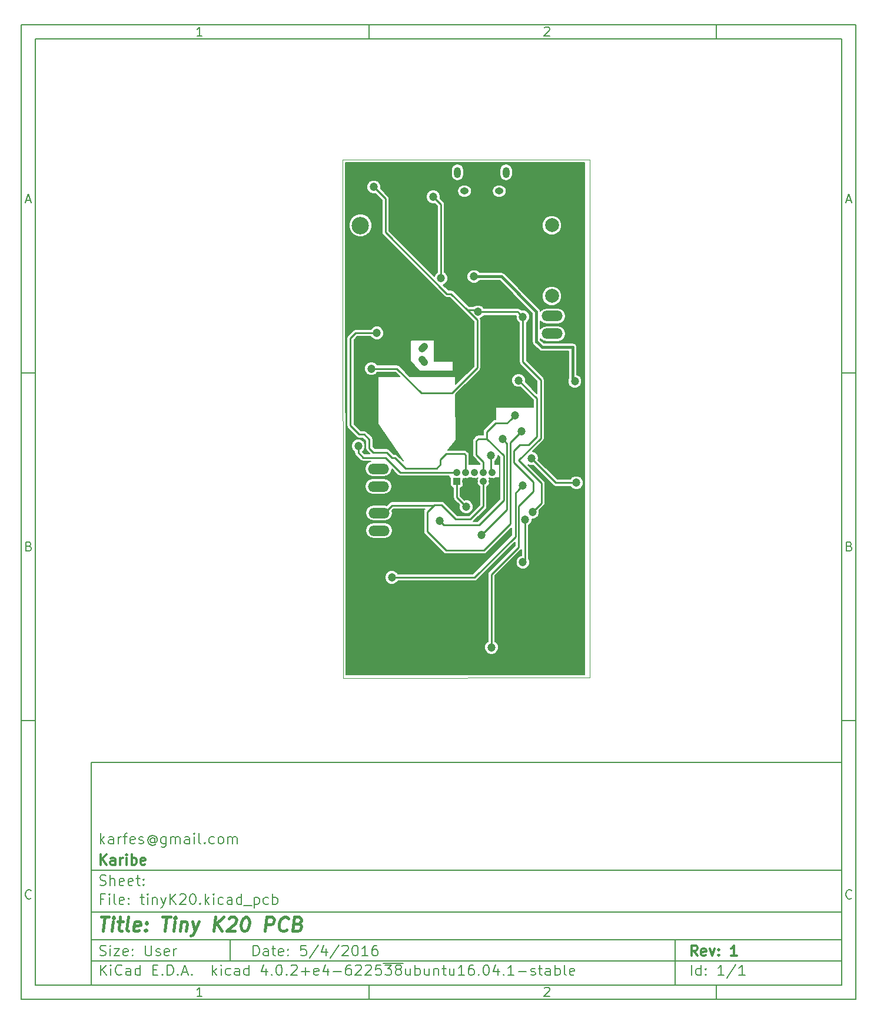
<source format=gbr>
G04 #@! TF.FileFunction,Copper,L2,Bot,Signal*
%FSLAX46Y46*%
G04 Gerber Fmt 4.6, Leading zero omitted, Abs format (unit mm)*
G04 Created by KiCad (PCBNEW 4.0.2+e4-6225~38~ubuntu16.04.1-stable) date Wed 01 Jun 2016 06:58:51 PM EAT*
%MOMM*%
G01*
G04 APERTURE LIST*
%ADD10C,0.100000*%
%ADD11C,0.150000*%
%ADD12C,0.300000*%
%ADD13C,0.400000*%
%ADD14O,1.250000X0.950000*%
%ADD15O,1.000000X1.550000*%
%ADD16C,1.998980*%
%ADD17O,3.014980X1.506220*%
%ADD18C,1.000760*%
%ADD19R,1.050000X1.050000*%
%ADD20C,1.050000*%
%ADD21C,2.499360*%
%ADD22C,1.200000*%
%ADD23C,1.000000*%
%ADD24C,0.250000*%
%ADD25C,0.200000*%
G04 APERTURE END LIST*
D10*
D11*
X20004800Y-115994600D02*
X20004800Y-147994600D01*
X128004800Y-147994600D01*
X128004800Y-115994600D01*
X20004800Y-115994600D01*
D10*
D11*
X10000000Y-10000000D02*
X10000000Y-149994600D01*
X130004800Y-149994600D01*
X130004800Y-10000000D01*
X10000000Y-10000000D01*
D10*
D11*
X12000000Y-12000000D02*
X12000000Y-147994600D01*
X128004800Y-147994600D01*
X128004800Y-12000000D01*
X12000000Y-12000000D01*
D10*
D11*
X60000000Y-12000000D02*
X60000000Y-10000000D01*
D10*
D11*
X110000000Y-12000000D02*
X110000000Y-10000000D01*
D10*
D11*
X35990476Y-11588095D02*
X35247619Y-11588095D01*
X35619048Y-11588095D02*
X35619048Y-10288095D01*
X35495238Y-10473810D01*
X35371429Y-10597619D01*
X35247619Y-10659524D01*
D10*
D11*
X85247619Y-10411905D02*
X85309524Y-10350000D01*
X85433333Y-10288095D01*
X85742857Y-10288095D01*
X85866667Y-10350000D01*
X85928571Y-10411905D01*
X85990476Y-10535714D01*
X85990476Y-10659524D01*
X85928571Y-10845238D01*
X85185714Y-11588095D01*
X85990476Y-11588095D01*
D10*
D11*
X60000000Y-147994600D02*
X60000000Y-149994600D01*
D10*
D11*
X110000000Y-147994600D02*
X110000000Y-149994600D01*
D10*
D11*
X35990476Y-149582695D02*
X35247619Y-149582695D01*
X35619048Y-149582695D02*
X35619048Y-148282695D01*
X35495238Y-148468410D01*
X35371429Y-148592219D01*
X35247619Y-148654124D01*
D10*
D11*
X85247619Y-148406505D02*
X85309524Y-148344600D01*
X85433333Y-148282695D01*
X85742857Y-148282695D01*
X85866667Y-148344600D01*
X85928571Y-148406505D01*
X85990476Y-148530314D01*
X85990476Y-148654124D01*
X85928571Y-148839838D01*
X85185714Y-149582695D01*
X85990476Y-149582695D01*
D10*
D11*
X10000000Y-60000000D02*
X12000000Y-60000000D01*
D10*
D11*
X10000000Y-110000000D02*
X12000000Y-110000000D01*
D10*
D11*
X10690476Y-35216667D02*
X11309524Y-35216667D01*
X10566667Y-35588095D02*
X11000000Y-34288095D01*
X11433333Y-35588095D01*
D10*
D11*
X11092857Y-84907143D02*
X11278571Y-84969048D01*
X11340476Y-85030952D01*
X11402381Y-85154762D01*
X11402381Y-85340476D01*
X11340476Y-85464286D01*
X11278571Y-85526190D01*
X11154762Y-85588095D01*
X10659524Y-85588095D01*
X10659524Y-84288095D01*
X11092857Y-84288095D01*
X11216667Y-84350000D01*
X11278571Y-84411905D01*
X11340476Y-84535714D01*
X11340476Y-84659524D01*
X11278571Y-84783333D01*
X11216667Y-84845238D01*
X11092857Y-84907143D01*
X10659524Y-84907143D01*
D10*
D11*
X11402381Y-135464286D02*
X11340476Y-135526190D01*
X11154762Y-135588095D01*
X11030952Y-135588095D01*
X10845238Y-135526190D01*
X10721429Y-135402381D01*
X10659524Y-135278571D01*
X10597619Y-135030952D01*
X10597619Y-134845238D01*
X10659524Y-134597619D01*
X10721429Y-134473810D01*
X10845238Y-134350000D01*
X11030952Y-134288095D01*
X11154762Y-134288095D01*
X11340476Y-134350000D01*
X11402381Y-134411905D01*
D10*
D11*
X130004800Y-60000000D02*
X128004800Y-60000000D01*
D10*
D11*
X130004800Y-110000000D02*
X128004800Y-110000000D01*
D10*
D11*
X128695276Y-35216667D02*
X129314324Y-35216667D01*
X128571467Y-35588095D02*
X129004800Y-34288095D01*
X129438133Y-35588095D01*
D10*
D11*
X129097657Y-84907143D02*
X129283371Y-84969048D01*
X129345276Y-85030952D01*
X129407181Y-85154762D01*
X129407181Y-85340476D01*
X129345276Y-85464286D01*
X129283371Y-85526190D01*
X129159562Y-85588095D01*
X128664324Y-85588095D01*
X128664324Y-84288095D01*
X129097657Y-84288095D01*
X129221467Y-84350000D01*
X129283371Y-84411905D01*
X129345276Y-84535714D01*
X129345276Y-84659524D01*
X129283371Y-84783333D01*
X129221467Y-84845238D01*
X129097657Y-84907143D01*
X128664324Y-84907143D01*
D10*
D11*
X129407181Y-135464286D02*
X129345276Y-135526190D01*
X129159562Y-135588095D01*
X129035752Y-135588095D01*
X128850038Y-135526190D01*
X128726229Y-135402381D01*
X128664324Y-135278571D01*
X128602419Y-135030952D01*
X128602419Y-134845238D01*
X128664324Y-134597619D01*
X128726229Y-134473810D01*
X128850038Y-134350000D01*
X129035752Y-134288095D01*
X129159562Y-134288095D01*
X129345276Y-134350000D01*
X129407181Y-134411905D01*
D10*
D11*
X43361943Y-143773171D02*
X43361943Y-142273171D01*
X43719086Y-142273171D01*
X43933371Y-142344600D01*
X44076229Y-142487457D01*
X44147657Y-142630314D01*
X44219086Y-142916029D01*
X44219086Y-143130314D01*
X44147657Y-143416029D01*
X44076229Y-143558886D01*
X43933371Y-143701743D01*
X43719086Y-143773171D01*
X43361943Y-143773171D01*
X45504800Y-143773171D02*
X45504800Y-142987457D01*
X45433371Y-142844600D01*
X45290514Y-142773171D01*
X45004800Y-142773171D01*
X44861943Y-142844600D01*
X45504800Y-143701743D02*
X45361943Y-143773171D01*
X45004800Y-143773171D01*
X44861943Y-143701743D01*
X44790514Y-143558886D01*
X44790514Y-143416029D01*
X44861943Y-143273171D01*
X45004800Y-143201743D01*
X45361943Y-143201743D01*
X45504800Y-143130314D01*
X46004800Y-142773171D02*
X46576229Y-142773171D01*
X46219086Y-142273171D02*
X46219086Y-143558886D01*
X46290514Y-143701743D01*
X46433372Y-143773171D01*
X46576229Y-143773171D01*
X47647657Y-143701743D02*
X47504800Y-143773171D01*
X47219086Y-143773171D01*
X47076229Y-143701743D01*
X47004800Y-143558886D01*
X47004800Y-142987457D01*
X47076229Y-142844600D01*
X47219086Y-142773171D01*
X47504800Y-142773171D01*
X47647657Y-142844600D01*
X47719086Y-142987457D01*
X47719086Y-143130314D01*
X47004800Y-143273171D01*
X48361943Y-143630314D02*
X48433371Y-143701743D01*
X48361943Y-143773171D01*
X48290514Y-143701743D01*
X48361943Y-143630314D01*
X48361943Y-143773171D01*
X48361943Y-142844600D02*
X48433371Y-142916029D01*
X48361943Y-142987457D01*
X48290514Y-142916029D01*
X48361943Y-142844600D01*
X48361943Y-142987457D01*
X50933372Y-142273171D02*
X50219086Y-142273171D01*
X50147657Y-142987457D01*
X50219086Y-142916029D01*
X50361943Y-142844600D01*
X50719086Y-142844600D01*
X50861943Y-142916029D01*
X50933372Y-142987457D01*
X51004800Y-143130314D01*
X51004800Y-143487457D01*
X50933372Y-143630314D01*
X50861943Y-143701743D01*
X50719086Y-143773171D01*
X50361943Y-143773171D01*
X50219086Y-143701743D01*
X50147657Y-143630314D01*
X52719085Y-142201743D02*
X51433371Y-144130314D01*
X53861943Y-142773171D02*
X53861943Y-143773171D01*
X53504800Y-142201743D02*
X53147657Y-143273171D01*
X54076229Y-143273171D01*
X55719085Y-142201743D02*
X54433371Y-144130314D01*
X56147657Y-142416029D02*
X56219086Y-142344600D01*
X56361943Y-142273171D01*
X56719086Y-142273171D01*
X56861943Y-142344600D01*
X56933372Y-142416029D01*
X57004800Y-142558886D01*
X57004800Y-142701743D01*
X56933372Y-142916029D01*
X56076229Y-143773171D01*
X57004800Y-143773171D01*
X57933371Y-142273171D02*
X58076228Y-142273171D01*
X58219085Y-142344600D01*
X58290514Y-142416029D01*
X58361943Y-142558886D01*
X58433371Y-142844600D01*
X58433371Y-143201743D01*
X58361943Y-143487457D01*
X58290514Y-143630314D01*
X58219085Y-143701743D01*
X58076228Y-143773171D01*
X57933371Y-143773171D01*
X57790514Y-143701743D01*
X57719085Y-143630314D01*
X57647657Y-143487457D01*
X57576228Y-143201743D01*
X57576228Y-142844600D01*
X57647657Y-142558886D01*
X57719085Y-142416029D01*
X57790514Y-142344600D01*
X57933371Y-142273171D01*
X59861942Y-143773171D02*
X59004799Y-143773171D01*
X59433371Y-143773171D02*
X59433371Y-142273171D01*
X59290514Y-142487457D01*
X59147656Y-142630314D01*
X59004799Y-142701743D01*
X61147656Y-142273171D02*
X60861942Y-142273171D01*
X60719085Y-142344600D01*
X60647656Y-142416029D01*
X60504799Y-142630314D01*
X60433370Y-142916029D01*
X60433370Y-143487457D01*
X60504799Y-143630314D01*
X60576227Y-143701743D01*
X60719085Y-143773171D01*
X61004799Y-143773171D01*
X61147656Y-143701743D01*
X61219085Y-143630314D01*
X61290513Y-143487457D01*
X61290513Y-143130314D01*
X61219085Y-142987457D01*
X61147656Y-142916029D01*
X61004799Y-142844600D01*
X60719085Y-142844600D01*
X60576227Y-142916029D01*
X60504799Y-142987457D01*
X60433370Y-143130314D01*
D10*
D11*
X20004800Y-144494600D02*
X128004800Y-144494600D01*
D10*
D11*
X21361943Y-146573171D02*
X21361943Y-145073171D01*
X22219086Y-146573171D02*
X21576229Y-145716029D01*
X22219086Y-145073171D02*
X21361943Y-145930314D01*
X22861943Y-146573171D02*
X22861943Y-145573171D01*
X22861943Y-145073171D02*
X22790514Y-145144600D01*
X22861943Y-145216029D01*
X22933371Y-145144600D01*
X22861943Y-145073171D01*
X22861943Y-145216029D01*
X24433372Y-146430314D02*
X24361943Y-146501743D01*
X24147657Y-146573171D01*
X24004800Y-146573171D01*
X23790515Y-146501743D01*
X23647657Y-146358886D01*
X23576229Y-146216029D01*
X23504800Y-145930314D01*
X23504800Y-145716029D01*
X23576229Y-145430314D01*
X23647657Y-145287457D01*
X23790515Y-145144600D01*
X24004800Y-145073171D01*
X24147657Y-145073171D01*
X24361943Y-145144600D01*
X24433372Y-145216029D01*
X25719086Y-146573171D02*
X25719086Y-145787457D01*
X25647657Y-145644600D01*
X25504800Y-145573171D01*
X25219086Y-145573171D01*
X25076229Y-145644600D01*
X25719086Y-146501743D02*
X25576229Y-146573171D01*
X25219086Y-146573171D01*
X25076229Y-146501743D01*
X25004800Y-146358886D01*
X25004800Y-146216029D01*
X25076229Y-146073171D01*
X25219086Y-146001743D01*
X25576229Y-146001743D01*
X25719086Y-145930314D01*
X27076229Y-146573171D02*
X27076229Y-145073171D01*
X27076229Y-146501743D02*
X26933372Y-146573171D01*
X26647658Y-146573171D01*
X26504800Y-146501743D01*
X26433372Y-146430314D01*
X26361943Y-146287457D01*
X26361943Y-145858886D01*
X26433372Y-145716029D01*
X26504800Y-145644600D01*
X26647658Y-145573171D01*
X26933372Y-145573171D01*
X27076229Y-145644600D01*
X28933372Y-145787457D02*
X29433372Y-145787457D01*
X29647658Y-146573171D02*
X28933372Y-146573171D01*
X28933372Y-145073171D01*
X29647658Y-145073171D01*
X30290515Y-146430314D02*
X30361943Y-146501743D01*
X30290515Y-146573171D01*
X30219086Y-146501743D01*
X30290515Y-146430314D01*
X30290515Y-146573171D01*
X31004801Y-146573171D02*
X31004801Y-145073171D01*
X31361944Y-145073171D01*
X31576229Y-145144600D01*
X31719087Y-145287457D01*
X31790515Y-145430314D01*
X31861944Y-145716029D01*
X31861944Y-145930314D01*
X31790515Y-146216029D01*
X31719087Y-146358886D01*
X31576229Y-146501743D01*
X31361944Y-146573171D01*
X31004801Y-146573171D01*
X32504801Y-146430314D02*
X32576229Y-146501743D01*
X32504801Y-146573171D01*
X32433372Y-146501743D01*
X32504801Y-146430314D01*
X32504801Y-146573171D01*
X33147658Y-146144600D02*
X33861944Y-146144600D01*
X33004801Y-146573171D02*
X33504801Y-145073171D01*
X34004801Y-146573171D01*
X34504801Y-146430314D02*
X34576229Y-146501743D01*
X34504801Y-146573171D01*
X34433372Y-146501743D01*
X34504801Y-146430314D01*
X34504801Y-146573171D01*
X37504801Y-146573171D02*
X37504801Y-145073171D01*
X37647658Y-146001743D02*
X38076229Y-146573171D01*
X38076229Y-145573171D02*
X37504801Y-146144600D01*
X38719087Y-146573171D02*
X38719087Y-145573171D01*
X38719087Y-145073171D02*
X38647658Y-145144600D01*
X38719087Y-145216029D01*
X38790515Y-145144600D01*
X38719087Y-145073171D01*
X38719087Y-145216029D01*
X40076230Y-146501743D02*
X39933373Y-146573171D01*
X39647659Y-146573171D01*
X39504801Y-146501743D01*
X39433373Y-146430314D01*
X39361944Y-146287457D01*
X39361944Y-145858886D01*
X39433373Y-145716029D01*
X39504801Y-145644600D01*
X39647659Y-145573171D01*
X39933373Y-145573171D01*
X40076230Y-145644600D01*
X41361944Y-146573171D02*
X41361944Y-145787457D01*
X41290515Y-145644600D01*
X41147658Y-145573171D01*
X40861944Y-145573171D01*
X40719087Y-145644600D01*
X41361944Y-146501743D02*
X41219087Y-146573171D01*
X40861944Y-146573171D01*
X40719087Y-146501743D01*
X40647658Y-146358886D01*
X40647658Y-146216029D01*
X40719087Y-146073171D01*
X40861944Y-146001743D01*
X41219087Y-146001743D01*
X41361944Y-145930314D01*
X42719087Y-146573171D02*
X42719087Y-145073171D01*
X42719087Y-146501743D02*
X42576230Y-146573171D01*
X42290516Y-146573171D01*
X42147658Y-146501743D01*
X42076230Y-146430314D01*
X42004801Y-146287457D01*
X42004801Y-145858886D01*
X42076230Y-145716029D01*
X42147658Y-145644600D01*
X42290516Y-145573171D01*
X42576230Y-145573171D01*
X42719087Y-145644600D01*
X45219087Y-145573171D02*
X45219087Y-146573171D01*
X44861944Y-145001743D02*
X44504801Y-146073171D01*
X45433373Y-146073171D01*
X46004801Y-146430314D02*
X46076229Y-146501743D01*
X46004801Y-146573171D01*
X45933372Y-146501743D01*
X46004801Y-146430314D01*
X46004801Y-146573171D01*
X47004801Y-145073171D02*
X47147658Y-145073171D01*
X47290515Y-145144600D01*
X47361944Y-145216029D01*
X47433373Y-145358886D01*
X47504801Y-145644600D01*
X47504801Y-146001743D01*
X47433373Y-146287457D01*
X47361944Y-146430314D01*
X47290515Y-146501743D01*
X47147658Y-146573171D01*
X47004801Y-146573171D01*
X46861944Y-146501743D01*
X46790515Y-146430314D01*
X46719087Y-146287457D01*
X46647658Y-146001743D01*
X46647658Y-145644600D01*
X46719087Y-145358886D01*
X46790515Y-145216029D01*
X46861944Y-145144600D01*
X47004801Y-145073171D01*
X48147658Y-146430314D02*
X48219086Y-146501743D01*
X48147658Y-146573171D01*
X48076229Y-146501743D01*
X48147658Y-146430314D01*
X48147658Y-146573171D01*
X48790515Y-145216029D02*
X48861944Y-145144600D01*
X49004801Y-145073171D01*
X49361944Y-145073171D01*
X49504801Y-145144600D01*
X49576230Y-145216029D01*
X49647658Y-145358886D01*
X49647658Y-145501743D01*
X49576230Y-145716029D01*
X48719087Y-146573171D01*
X49647658Y-146573171D01*
X50290515Y-146001743D02*
X51433372Y-146001743D01*
X50861943Y-146573171D02*
X50861943Y-145430314D01*
X52719086Y-146501743D02*
X52576229Y-146573171D01*
X52290515Y-146573171D01*
X52147658Y-146501743D01*
X52076229Y-146358886D01*
X52076229Y-145787457D01*
X52147658Y-145644600D01*
X52290515Y-145573171D01*
X52576229Y-145573171D01*
X52719086Y-145644600D01*
X52790515Y-145787457D01*
X52790515Y-145930314D01*
X52076229Y-146073171D01*
X54076229Y-145573171D02*
X54076229Y-146573171D01*
X53719086Y-145001743D02*
X53361943Y-146073171D01*
X54290515Y-146073171D01*
X54861943Y-146001743D02*
X56004800Y-146001743D01*
X57361943Y-145073171D02*
X57076229Y-145073171D01*
X56933372Y-145144600D01*
X56861943Y-145216029D01*
X56719086Y-145430314D01*
X56647657Y-145716029D01*
X56647657Y-146287457D01*
X56719086Y-146430314D01*
X56790514Y-146501743D01*
X56933372Y-146573171D01*
X57219086Y-146573171D01*
X57361943Y-146501743D01*
X57433372Y-146430314D01*
X57504800Y-146287457D01*
X57504800Y-145930314D01*
X57433372Y-145787457D01*
X57361943Y-145716029D01*
X57219086Y-145644600D01*
X56933372Y-145644600D01*
X56790514Y-145716029D01*
X56719086Y-145787457D01*
X56647657Y-145930314D01*
X58076228Y-145216029D02*
X58147657Y-145144600D01*
X58290514Y-145073171D01*
X58647657Y-145073171D01*
X58790514Y-145144600D01*
X58861943Y-145216029D01*
X58933371Y-145358886D01*
X58933371Y-145501743D01*
X58861943Y-145716029D01*
X58004800Y-146573171D01*
X58933371Y-146573171D01*
X59504799Y-145216029D02*
X59576228Y-145144600D01*
X59719085Y-145073171D01*
X60076228Y-145073171D01*
X60219085Y-145144600D01*
X60290514Y-145216029D01*
X60361942Y-145358886D01*
X60361942Y-145501743D01*
X60290514Y-145716029D01*
X59433371Y-146573171D01*
X60361942Y-146573171D01*
X61719085Y-145073171D02*
X61004799Y-145073171D01*
X60933370Y-145787457D01*
X61004799Y-145716029D01*
X61147656Y-145644600D01*
X61504799Y-145644600D01*
X61647656Y-145716029D01*
X61719085Y-145787457D01*
X61790513Y-145930314D01*
X61790513Y-146287457D01*
X61719085Y-146430314D01*
X61647656Y-146501743D01*
X61504799Y-146573171D01*
X61147656Y-146573171D01*
X61004799Y-146501743D01*
X60933370Y-146430314D01*
X62290513Y-145073171D02*
X63219084Y-145073171D01*
X62719084Y-145644600D01*
X62933370Y-145644600D01*
X63076227Y-145716029D01*
X63147656Y-145787457D01*
X63219084Y-145930314D01*
X63219084Y-146287457D01*
X63147656Y-146430314D01*
X63076227Y-146501743D01*
X62933370Y-146573171D01*
X62504798Y-146573171D01*
X62361941Y-146501743D01*
X62290513Y-146430314D01*
X64076227Y-145716029D02*
X63933369Y-145644600D01*
X63861941Y-145573171D01*
X63790512Y-145430314D01*
X63790512Y-145358886D01*
X63861941Y-145216029D01*
X63933369Y-145144600D01*
X64076227Y-145073171D01*
X64361941Y-145073171D01*
X64504798Y-145144600D01*
X64576227Y-145216029D01*
X64647655Y-145358886D01*
X64647655Y-145430314D01*
X64576227Y-145573171D01*
X64504798Y-145644600D01*
X64361941Y-145716029D01*
X64076227Y-145716029D01*
X63933369Y-145787457D01*
X63861941Y-145858886D01*
X63790512Y-146001743D01*
X63790512Y-146287457D01*
X63861941Y-146430314D01*
X63933369Y-146501743D01*
X64076227Y-146573171D01*
X64361941Y-146573171D01*
X64504798Y-146501743D01*
X64576227Y-146430314D01*
X64647655Y-146287457D01*
X64647655Y-146001743D01*
X64576227Y-145858886D01*
X64504798Y-145787457D01*
X64361941Y-145716029D01*
X62076227Y-144814600D02*
X64933369Y-144814600D01*
X65933369Y-145573171D02*
X65933369Y-146573171D01*
X65290512Y-145573171D02*
X65290512Y-146358886D01*
X65361940Y-146501743D01*
X65504798Y-146573171D01*
X65719083Y-146573171D01*
X65861940Y-146501743D01*
X65933369Y-146430314D01*
X66647655Y-146573171D02*
X66647655Y-145073171D01*
X66647655Y-145644600D02*
X66790512Y-145573171D01*
X67076226Y-145573171D01*
X67219083Y-145644600D01*
X67290512Y-145716029D01*
X67361941Y-145858886D01*
X67361941Y-146287457D01*
X67290512Y-146430314D01*
X67219083Y-146501743D01*
X67076226Y-146573171D01*
X66790512Y-146573171D01*
X66647655Y-146501743D01*
X68647655Y-145573171D02*
X68647655Y-146573171D01*
X68004798Y-145573171D02*
X68004798Y-146358886D01*
X68076226Y-146501743D01*
X68219084Y-146573171D01*
X68433369Y-146573171D01*
X68576226Y-146501743D01*
X68647655Y-146430314D01*
X69361941Y-145573171D02*
X69361941Y-146573171D01*
X69361941Y-145716029D02*
X69433369Y-145644600D01*
X69576227Y-145573171D01*
X69790512Y-145573171D01*
X69933369Y-145644600D01*
X70004798Y-145787457D01*
X70004798Y-146573171D01*
X70504798Y-145573171D02*
X71076227Y-145573171D01*
X70719084Y-145073171D02*
X70719084Y-146358886D01*
X70790512Y-146501743D01*
X70933370Y-146573171D01*
X71076227Y-146573171D01*
X72219084Y-145573171D02*
X72219084Y-146573171D01*
X71576227Y-145573171D02*
X71576227Y-146358886D01*
X71647655Y-146501743D01*
X71790513Y-146573171D01*
X72004798Y-146573171D01*
X72147655Y-146501743D01*
X72219084Y-146430314D01*
X73719084Y-146573171D02*
X72861941Y-146573171D01*
X73290513Y-146573171D02*
X73290513Y-145073171D01*
X73147656Y-145287457D01*
X73004798Y-145430314D01*
X72861941Y-145501743D01*
X75004798Y-145073171D02*
X74719084Y-145073171D01*
X74576227Y-145144600D01*
X74504798Y-145216029D01*
X74361941Y-145430314D01*
X74290512Y-145716029D01*
X74290512Y-146287457D01*
X74361941Y-146430314D01*
X74433369Y-146501743D01*
X74576227Y-146573171D01*
X74861941Y-146573171D01*
X75004798Y-146501743D01*
X75076227Y-146430314D01*
X75147655Y-146287457D01*
X75147655Y-145930314D01*
X75076227Y-145787457D01*
X75004798Y-145716029D01*
X74861941Y-145644600D01*
X74576227Y-145644600D01*
X74433369Y-145716029D01*
X74361941Y-145787457D01*
X74290512Y-145930314D01*
X75790512Y-146430314D02*
X75861940Y-146501743D01*
X75790512Y-146573171D01*
X75719083Y-146501743D01*
X75790512Y-146430314D01*
X75790512Y-146573171D01*
X76790512Y-145073171D02*
X76933369Y-145073171D01*
X77076226Y-145144600D01*
X77147655Y-145216029D01*
X77219084Y-145358886D01*
X77290512Y-145644600D01*
X77290512Y-146001743D01*
X77219084Y-146287457D01*
X77147655Y-146430314D01*
X77076226Y-146501743D01*
X76933369Y-146573171D01*
X76790512Y-146573171D01*
X76647655Y-146501743D01*
X76576226Y-146430314D01*
X76504798Y-146287457D01*
X76433369Y-146001743D01*
X76433369Y-145644600D01*
X76504798Y-145358886D01*
X76576226Y-145216029D01*
X76647655Y-145144600D01*
X76790512Y-145073171D01*
X78576226Y-145573171D02*
X78576226Y-146573171D01*
X78219083Y-145001743D02*
X77861940Y-146073171D01*
X78790512Y-146073171D01*
X79361940Y-146430314D02*
X79433368Y-146501743D01*
X79361940Y-146573171D01*
X79290511Y-146501743D01*
X79361940Y-146430314D01*
X79361940Y-146573171D01*
X80861940Y-146573171D02*
X80004797Y-146573171D01*
X80433369Y-146573171D02*
X80433369Y-145073171D01*
X80290512Y-145287457D01*
X80147654Y-145430314D01*
X80004797Y-145501743D01*
X81504797Y-146001743D02*
X82647654Y-146001743D01*
X83290511Y-146501743D02*
X83433368Y-146573171D01*
X83719083Y-146573171D01*
X83861940Y-146501743D01*
X83933368Y-146358886D01*
X83933368Y-146287457D01*
X83861940Y-146144600D01*
X83719083Y-146073171D01*
X83504797Y-146073171D01*
X83361940Y-146001743D01*
X83290511Y-145858886D01*
X83290511Y-145787457D01*
X83361940Y-145644600D01*
X83504797Y-145573171D01*
X83719083Y-145573171D01*
X83861940Y-145644600D01*
X84361940Y-145573171D02*
X84933369Y-145573171D01*
X84576226Y-145073171D02*
X84576226Y-146358886D01*
X84647654Y-146501743D01*
X84790512Y-146573171D01*
X84933369Y-146573171D01*
X86076226Y-146573171D02*
X86076226Y-145787457D01*
X86004797Y-145644600D01*
X85861940Y-145573171D01*
X85576226Y-145573171D01*
X85433369Y-145644600D01*
X86076226Y-146501743D02*
X85933369Y-146573171D01*
X85576226Y-146573171D01*
X85433369Y-146501743D01*
X85361940Y-146358886D01*
X85361940Y-146216029D01*
X85433369Y-146073171D01*
X85576226Y-146001743D01*
X85933369Y-146001743D01*
X86076226Y-145930314D01*
X86790512Y-146573171D02*
X86790512Y-145073171D01*
X86790512Y-145644600D02*
X86933369Y-145573171D01*
X87219083Y-145573171D01*
X87361940Y-145644600D01*
X87433369Y-145716029D01*
X87504798Y-145858886D01*
X87504798Y-146287457D01*
X87433369Y-146430314D01*
X87361940Y-146501743D01*
X87219083Y-146573171D01*
X86933369Y-146573171D01*
X86790512Y-146501743D01*
X88361941Y-146573171D02*
X88219083Y-146501743D01*
X88147655Y-146358886D01*
X88147655Y-145073171D01*
X89504797Y-146501743D02*
X89361940Y-146573171D01*
X89076226Y-146573171D01*
X88933369Y-146501743D01*
X88861940Y-146358886D01*
X88861940Y-145787457D01*
X88933369Y-145644600D01*
X89076226Y-145573171D01*
X89361940Y-145573171D01*
X89504797Y-145644600D01*
X89576226Y-145787457D01*
X89576226Y-145930314D01*
X88861940Y-146073171D01*
D10*
D11*
X20004800Y-141494600D02*
X128004800Y-141494600D01*
D10*
D12*
X107219086Y-143773171D02*
X106719086Y-143058886D01*
X106361943Y-143773171D02*
X106361943Y-142273171D01*
X106933371Y-142273171D01*
X107076229Y-142344600D01*
X107147657Y-142416029D01*
X107219086Y-142558886D01*
X107219086Y-142773171D01*
X107147657Y-142916029D01*
X107076229Y-142987457D01*
X106933371Y-143058886D01*
X106361943Y-143058886D01*
X108433371Y-143701743D02*
X108290514Y-143773171D01*
X108004800Y-143773171D01*
X107861943Y-143701743D01*
X107790514Y-143558886D01*
X107790514Y-142987457D01*
X107861943Y-142844600D01*
X108004800Y-142773171D01*
X108290514Y-142773171D01*
X108433371Y-142844600D01*
X108504800Y-142987457D01*
X108504800Y-143130314D01*
X107790514Y-143273171D01*
X109004800Y-142773171D02*
X109361943Y-143773171D01*
X109719085Y-142773171D01*
X110290514Y-143630314D02*
X110361942Y-143701743D01*
X110290514Y-143773171D01*
X110219085Y-143701743D01*
X110290514Y-143630314D01*
X110290514Y-143773171D01*
X110290514Y-142844600D02*
X110361942Y-142916029D01*
X110290514Y-142987457D01*
X110219085Y-142916029D01*
X110290514Y-142844600D01*
X110290514Y-142987457D01*
X112933371Y-143773171D02*
X112076228Y-143773171D01*
X112504800Y-143773171D02*
X112504800Y-142273171D01*
X112361943Y-142487457D01*
X112219085Y-142630314D01*
X112076228Y-142701743D01*
D10*
D11*
X21290514Y-143701743D02*
X21504800Y-143773171D01*
X21861943Y-143773171D01*
X22004800Y-143701743D01*
X22076229Y-143630314D01*
X22147657Y-143487457D01*
X22147657Y-143344600D01*
X22076229Y-143201743D01*
X22004800Y-143130314D01*
X21861943Y-143058886D01*
X21576229Y-142987457D01*
X21433371Y-142916029D01*
X21361943Y-142844600D01*
X21290514Y-142701743D01*
X21290514Y-142558886D01*
X21361943Y-142416029D01*
X21433371Y-142344600D01*
X21576229Y-142273171D01*
X21933371Y-142273171D01*
X22147657Y-142344600D01*
X22790514Y-143773171D02*
X22790514Y-142773171D01*
X22790514Y-142273171D02*
X22719085Y-142344600D01*
X22790514Y-142416029D01*
X22861942Y-142344600D01*
X22790514Y-142273171D01*
X22790514Y-142416029D01*
X23361943Y-142773171D02*
X24147657Y-142773171D01*
X23361943Y-143773171D01*
X24147657Y-143773171D01*
X25290514Y-143701743D02*
X25147657Y-143773171D01*
X24861943Y-143773171D01*
X24719086Y-143701743D01*
X24647657Y-143558886D01*
X24647657Y-142987457D01*
X24719086Y-142844600D01*
X24861943Y-142773171D01*
X25147657Y-142773171D01*
X25290514Y-142844600D01*
X25361943Y-142987457D01*
X25361943Y-143130314D01*
X24647657Y-143273171D01*
X26004800Y-143630314D02*
X26076228Y-143701743D01*
X26004800Y-143773171D01*
X25933371Y-143701743D01*
X26004800Y-143630314D01*
X26004800Y-143773171D01*
X26004800Y-142844600D02*
X26076228Y-142916029D01*
X26004800Y-142987457D01*
X25933371Y-142916029D01*
X26004800Y-142844600D01*
X26004800Y-142987457D01*
X27861943Y-142273171D02*
X27861943Y-143487457D01*
X27933371Y-143630314D01*
X28004800Y-143701743D01*
X28147657Y-143773171D01*
X28433371Y-143773171D01*
X28576229Y-143701743D01*
X28647657Y-143630314D01*
X28719086Y-143487457D01*
X28719086Y-142273171D01*
X29361943Y-143701743D02*
X29504800Y-143773171D01*
X29790515Y-143773171D01*
X29933372Y-143701743D01*
X30004800Y-143558886D01*
X30004800Y-143487457D01*
X29933372Y-143344600D01*
X29790515Y-143273171D01*
X29576229Y-143273171D01*
X29433372Y-143201743D01*
X29361943Y-143058886D01*
X29361943Y-142987457D01*
X29433372Y-142844600D01*
X29576229Y-142773171D01*
X29790515Y-142773171D01*
X29933372Y-142844600D01*
X31219086Y-143701743D02*
X31076229Y-143773171D01*
X30790515Y-143773171D01*
X30647658Y-143701743D01*
X30576229Y-143558886D01*
X30576229Y-142987457D01*
X30647658Y-142844600D01*
X30790515Y-142773171D01*
X31076229Y-142773171D01*
X31219086Y-142844600D01*
X31290515Y-142987457D01*
X31290515Y-143130314D01*
X30576229Y-143273171D01*
X31933372Y-143773171D02*
X31933372Y-142773171D01*
X31933372Y-143058886D02*
X32004800Y-142916029D01*
X32076229Y-142844600D01*
X32219086Y-142773171D01*
X32361943Y-142773171D01*
D10*
D11*
X106361943Y-146573171D02*
X106361943Y-145073171D01*
X107719086Y-146573171D02*
X107719086Y-145073171D01*
X107719086Y-146501743D02*
X107576229Y-146573171D01*
X107290515Y-146573171D01*
X107147657Y-146501743D01*
X107076229Y-146430314D01*
X107004800Y-146287457D01*
X107004800Y-145858886D01*
X107076229Y-145716029D01*
X107147657Y-145644600D01*
X107290515Y-145573171D01*
X107576229Y-145573171D01*
X107719086Y-145644600D01*
X108433372Y-146430314D02*
X108504800Y-146501743D01*
X108433372Y-146573171D01*
X108361943Y-146501743D01*
X108433372Y-146430314D01*
X108433372Y-146573171D01*
X108433372Y-145644600D02*
X108504800Y-145716029D01*
X108433372Y-145787457D01*
X108361943Y-145716029D01*
X108433372Y-145644600D01*
X108433372Y-145787457D01*
X111076229Y-146573171D02*
X110219086Y-146573171D01*
X110647658Y-146573171D02*
X110647658Y-145073171D01*
X110504801Y-145287457D01*
X110361943Y-145430314D01*
X110219086Y-145501743D01*
X112790514Y-145001743D02*
X111504800Y-146930314D01*
X114076229Y-146573171D02*
X113219086Y-146573171D01*
X113647658Y-146573171D02*
X113647658Y-145073171D01*
X113504801Y-145287457D01*
X113361943Y-145430314D01*
X113219086Y-145501743D01*
D10*
D11*
X20004800Y-137494600D02*
X128004800Y-137494600D01*
D10*
D13*
X21457181Y-138199362D02*
X22600038Y-138199362D01*
X21778610Y-140199362D02*
X22028610Y-138199362D01*
X23016705Y-140199362D02*
X23183371Y-138866029D01*
X23266705Y-138199362D02*
X23159562Y-138294600D01*
X23242895Y-138389838D01*
X23350039Y-138294600D01*
X23266705Y-138199362D01*
X23242895Y-138389838D01*
X23850038Y-138866029D02*
X24611943Y-138866029D01*
X24219086Y-138199362D02*
X24004800Y-139913648D01*
X24076230Y-140104124D01*
X24254801Y-140199362D01*
X24445277Y-140199362D01*
X25397658Y-140199362D02*
X25219087Y-140104124D01*
X25147657Y-139913648D01*
X25361943Y-138199362D01*
X26933372Y-140104124D02*
X26730991Y-140199362D01*
X26350039Y-140199362D01*
X26171467Y-140104124D01*
X26100038Y-139913648D01*
X26195276Y-139151743D01*
X26314324Y-138961267D01*
X26516705Y-138866029D01*
X26897657Y-138866029D01*
X27076229Y-138961267D01*
X27147657Y-139151743D01*
X27123848Y-139342219D01*
X26147657Y-139532695D01*
X27897657Y-140008886D02*
X27980992Y-140104124D01*
X27873848Y-140199362D01*
X27790515Y-140104124D01*
X27897657Y-140008886D01*
X27873848Y-140199362D01*
X28028610Y-138961267D02*
X28111944Y-139056505D01*
X28004800Y-139151743D01*
X27921467Y-139056505D01*
X28028610Y-138961267D01*
X28004800Y-139151743D01*
X30314325Y-138199362D02*
X31457182Y-138199362D01*
X30635754Y-140199362D02*
X30885754Y-138199362D01*
X31873849Y-140199362D02*
X32040515Y-138866029D01*
X32123849Y-138199362D02*
X32016706Y-138294600D01*
X32100039Y-138389838D01*
X32207183Y-138294600D01*
X32123849Y-138199362D01*
X32100039Y-138389838D01*
X32992896Y-138866029D02*
X32826230Y-140199362D01*
X32969087Y-139056505D02*
X33076231Y-138961267D01*
X33278611Y-138866029D01*
X33564325Y-138866029D01*
X33742897Y-138961267D01*
X33814325Y-139151743D01*
X33683373Y-140199362D01*
X34611944Y-138866029D02*
X34921469Y-140199362D01*
X35564325Y-138866029D02*
X34921469Y-140199362D01*
X34671469Y-140675552D01*
X34564325Y-140770790D01*
X34361944Y-140866029D01*
X37683374Y-140199362D02*
X37933374Y-138199362D01*
X38826232Y-140199362D02*
X38111946Y-139056505D01*
X39076232Y-138199362D02*
X37790517Y-139342219D01*
X39814326Y-138389838D02*
X39921469Y-138294600D01*
X40123851Y-138199362D01*
X40600041Y-138199362D01*
X40778612Y-138294600D01*
X40861945Y-138389838D01*
X40933375Y-138580314D01*
X40909565Y-138770790D01*
X40778612Y-139056505D01*
X39492898Y-140199362D01*
X40730994Y-140199362D01*
X42219089Y-138199362D02*
X42409565Y-138199362D01*
X42588136Y-138294600D01*
X42671469Y-138389838D01*
X42742898Y-138580314D01*
X42790518Y-138961267D01*
X42730994Y-139437457D01*
X42588136Y-139818410D01*
X42469088Y-140008886D01*
X42361946Y-140104124D01*
X42159565Y-140199362D01*
X41969089Y-140199362D01*
X41790518Y-140104124D01*
X41707184Y-140008886D01*
X41635755Y-139818410D01*
X41588136Y-139437457D01*
X41647660Y-138961267D01*
X41790517Y-138580314D01*
X41909565Y-138389838D01*
X42016708Y-138294600D01*
X42219089Y-138199362D01*
X45016708Y-140199362D02*
X45266708Y-138199362D01*
X46028613Y-138199362D01*
X46207184Y-138294600D01*
X46290518Y-138389838D01*
X46361947Y-138580314D01*
X46326232Y-138866029D01*
X46207185Y-139056505D01*
X46100041Y-139151743D01*
X45897660Y-139246981D01*
X45135755Y-139246981D01*
X48183375Y-140008886D02*
X48076233Y-140104124D01*
X47778613Y-140199362D01*
X47588137Y-140199362D01*
X47314328Y-140104124D01*
X47147661Y-139913648D01*
X47076232Y-139723171D01*
X47028613Y-139342219D01*
X47064327Y-139056505D01*
X47207184Y-138675552D01*
X47326233Y-138485076D01*
X47540518Y-138294600D01*
X47838137Y-138199362D01*
X48028613Y-138199362D01*
X48302423Y-138294600D01*
X48385756Y-138389838D01*
X49814327Y-139151743D02*
X50088136Y-139246981D01*
X50171471Y-139342219D01*
X50242899Y-139532695D01*
X50207185Y-139818410D01*
X50088137Y-140008886D01*
X49980994Y-140104124D01*
X49778613Y-140199362D01*
X49016708Y-140199362D01*
X49266708Y-138199362D01*
X49933375Y-138199362D01*
X50111946Y-138294600D01*
X50195279Y-138389838D01*
X50266709Y-138580314D01*
X50242899Y-138770790D01*
X50123851Y-138961267D01*
X50016708Y-139056505D01*
X49814327Y-139151743D01*
X49147660Y-139151743D01*
D10*
D11*
X21861943Y-135587457D02*
X21361943Y-135587457D01*
X21361943Y-136373171D02*
X21361943Y-134873171D01*
X22076229Y-134873171D01*
X22647657Y-136373171D02*
X22647657Y-135373171D01*
X22647657Y-134873171D02*
X22576228Y-134944600D01*
X22647657Y-135016029D01*
X22719085Y-134944600D01*
X22647657Y-134873171D01*
X22647657Y-135016029D01*
X23576229Y-136373171D02*
X23433371Y-136301743D01*
X23361943Y-136158886D01*
X23361943Y-134873171D01*
X24719085Y-136301743D02*
X24576228Y-136373171D01*
X24290514Y-136373171D01*
X24147657Y-136301743D01*
X24076228Y-136158886D01*
X24076228Y-135587457D01*
X24147657Y-135444600D01*
X24290514Y-135373171D01*
X24576228Y-135373171D01*
X24719085Y-135444600D01*
X24790514Y-135587457D01*
X24790514Y-135730314D01*
X24076228Y-135873171D01*
X25433371Y-136230314D02*
X25504799Y-136301743D01*
X25433371Y-136373171D01*
X25361942Y-136301743D01*
X25433371Y-136230314D01*
X25433371Y-136373171D01*
X25433371Y-135444600D02*
X25504799Y-135516029D01*
X25433371Y-135587457D01*
X25361942Y-135516029D01*
X25433371Y-135444600D01*
X25433371Y-135587457D01*
X27076228Y-135373171D02*
X27647657Y-135373171D01*
X27290514Y-134873171D02*
X27290514Y-136158886D01*
X27361942Y-136301743D01*
X27504800Y-136373171D01*
X27647657Y-136373171D01*
X28147657Y-136373171D02*
X28147657Y-135373171D01*
X28147657Y-134873171D02*
X28076228Y-134944600D01*
X28147657Y-135016029D01*
X28219085Y-134944600D01*
X28147657Y-134873171D01*
X28147657Y-135016029D01*
X28861943Y-135373171D02*
X28861943Y-136373171D01*
X28861943Y-135516029D02*
X28933371Y-135444600D01*
X29076229Y-135373171D01*
X29290514Y-135373171D01*
X29433371Y-135444600D01*
X29504800Y-135587457D01*
X29504800Y-136373171D01*
X30076229Y-135373171D02*
X30433372Y-136373171D01*
X30790514Y-135373171D02*
X30433372Y-136373171D01*
X30290514Y-136730314D01*
X30219086Y-136801743D01*
X30076229Y-136873171D01*
X31361943Y-136373171D02*
X31361943Y-134873171D01*
X32219086Y-136373171D02*
X31576229Y-135516029D01*
X32219086Y-134873171D02*
X31361943Y-135730314D01*
X32790514Y-135016029D02*
X32861943Y-134944600D01*
X33004800Y-134873171D01*
X33361943Y-134873171D01*
X33504800Y-134944600D01*
X33576229Y-135016029D01*
X33647657Y-135158886D01*
X33647657Y-135301743D01*
X33576229Y-135516029D01*
X32719086Y-136373171D01*
X33647657Y-136373171D01*
X34576228Y-134873171D02*
X34719085Y-134873171D01*
X34861942Y-134944600D01*
X34933371Y-135016029D01*
X35004800Y-135158886D01*
X35076228Y-135444600D01*
X35076228Y-135801743D01*
X35004800Y-136087457D01*
X34933371Y-136230314D01*
X34861942Y-136301743D01*
X34719085Y-136373171D01*
X34576228Y-136373171D01*
X34433371Y-136301743D01*
X34361942Y-136230314D01*
X34290514Y-136087457D01*
X34219085Y-135801743D01*
X34219085Y-135444600D01*
X34290514Y-135158886D01*
X34361942Y-135016029D01*
X34433371Y-134944600D01*
X34576228Y-134873171D01*
X35719085Y-136230314D02*
X35790513Y-136301743D01*
X35719085Y-136373171D01*
X35647656Y-136301743D01*
X35719085Y-136230314D01*
X35719085Y-136373171D01*
X36433371Y-136373171D02*
X36433371Y-134873171D01*
X36576228Y-135801743D02*
X37004799Y-136373171D01*
X37004799Y-135373171D02*
X36433371Y-135944600D01*
X37647657Y-136373171D02*
X37647657Y-135373171D01*
X37647657Y-134873171D02*
X37576228Y-134944600D01*
X37647657Y-135016029D01*
X37719085Y-134944600D01*
X37647657Y-134873171D01*
X37647657Y-135016029D01*
X39004800Y-136301743D02*
X38861943Y-136373171D01*
X38576229Y-136373171D01*
X38433371Y-136301743D01*
X38361943Y-136230314D01*
X38290514Y-136087457D01*
X38290514Y-135658886D01*
X38361943Y-135516029D01*
X38433371Y-135444600D01*
X38576229Y-135373171D01*
X38861943Y-135373171D01*
X39004800Y-135444600D01*
X40290514Y-136373171D02*
X40290514Y-135587457D01*
X40219085Y-135444600D01*
X40076228Y-135373171D01*
X39790514Y-135373171D01*
X39647657Y-135444600D01*
X40290514Y-136301743D02*
X40147657Y-136373171D01*
X39790514Y-136373171D01*
X39647657Y-136301743D01*
X39576228Y-136158886D01*
X39576228Y-136016029D01*
X39647657Y-135873171D01*
X39790514Y-135801743D01*
X40147657Y-135801743D01*
X40290514Y-135730314D01*
X41647657Y-136373171D02*
X41647657Y-134873171D01*
X41647657Y-136301743D02*
X41504800Y-136373171D01*
X41219086Y-136373171D01*
X41076228Y-136301743D01*
X41004800Y-136230314D01*
X40933371Y-136087457D01*
X40933371Y-135658886D01*
X41004800Y-135516029D01*
X41076228Y-135444600D01*
X41219086Y-135373171D01*
X41504800Y-135373171D01*
X41647657Y-135444600D01*
X42004800Y-136516029D02*
X43147657Y-136516029D01*
X43504800Y-135373171D02*
X43504800Y-136873171D01*
X43504800Y-135444600D02*
X43647657Y-135373171D01*
X43933371Y-135373171D01*
X44076228Y-135444600D01*
X44147657Y-135516029D01*
X44219086Y-135658886D01*
X44219086Y-136087457D01*
X44147657Y-136230314D01*
X44076228Y-136301743D01*
X43933371Y-136373171D01*
X43647657Y-136373171D01*
X43504800Y-136301743D01*
X45504800Y-136301743D02*
X45361943Y-136373171D01*
X45076229Y-136373171D01*
X44933371Y-136301743D01*
X44861943Y-136230314D01*
X44790514Y-136087457D01*
X44790514Y-135658886D01*
X44861943Y-135516029D01*
X44933371Y-135444600D01*
X45076229Y-135373171D01*
X45361943Y-135373171D01*
X45504800Y-135444600D01*
X46147657Y-136373171D02*
X46147657Y-134873171D01*
X46147657Y-135444600D02*
X46290514Y-135373171D01*
X46576228Y-135373171D01*
X46719085Y-135444600D01*
X46790514Y-135516029D01*
X46861943Y-135658886D01*
X46861943Y-136087457D01*
X46790514Y-136230314D01*
X46719085Y-136301743D01*
X46576228Y-136373171D01*
X46290514Y-136373171D01*
X46147657Y-136301743D01*
D10*
D11*
X20004800Y-131494600D02*
X128004800Y-131494600D01*
D10*
D11*
X21290514Y-133601743D02*
X21504800Y-133673171D01*
X21861943Y-133673171D01*
X22004800Y-133601743D01*
X22076229Y-133530314D01*
X22147657Y-133387457D01*
X22147657Y-133244600D01*
X22076229Y-133101743D01*
X22004800Y-133030314D01*
X21861943Y-132958886D01*
X21576229Y-132887457D01*
X21433371Y-132816029D01*
X21361943Y-132744600D01*
X21290514Y-132601743D01*
X21290514Y-132458886D01*
X21361943Y-132316029D01*
X21433371Y-132244600D01*
X21576229Y-132173171D01*
X21933371Y-132173171D01*
X22147657Y-132244600D01*
X22790514Y-133673171D02*
X22790514Y-132173171D01*
X23433371Y-133673171D02*
X23433371Y-132887457D01*
X23361942Y-132744600D01*
X23219085Y-132673171D01*
X23004800Y-132673171D01*
X22861942Y-132744600D01*
X22790514Y-132816029D01*
X24719085Y-133601743D02*
X24576228Y-133673171D01*
X24290514Y-133673171D01*
X24147657Y-133601743D01*
X24076228Y-133458886D01*
X24076228Y-132887457D01*
X24147657Y-132744600D01*
X24290514Y-132673171D01*
X24576228Y-132673171D01*
X24719085Y-132744600D01*
X24790514Y-132887457D01*
X24790514Y-133030314D01*
X24076228Y-133173171D01*
X26004799Y-133601743D02*
X25861942Y-133673171D01*
X25576228Y-133673171D01*
X25433371Y-133601743D01*
X25361942Y-133458886D01*
X25361942Y-132887457D01*
X25433371Y-132744600D01*
X25576228Y-132673171D01*
X25861942Y-132673171D01*
X26004799Y-132744600D01*
X26076228Y-132887457D01*
X26076228Y-133030314D01*
X25361942Y-133173171D01*
X26504799Y-132673171D02*
X27076228Y-132673171D01*
X26719085Y-132173171D02*
X26719085Y-133458886D01*
X26790513Y-133601743D01*
X26933371Y-133673171D01*
X27076228Y-133673171D01*
X27576228Y-133530314D02*
X27647656Y-133601743D01*
X27576228Y-133673171D01*
X27504799Y-133601743D01*
X27576228Y-133530314D01*
X27576228Y-133673171D01*
X27576228Y-132744600D02*
X27647656Y-132816029D01*
X27576228Y-132887457D01*
X27504799Y-132816029D01*
X27576228Y-132744600D01*
X27576228Y-132887457D01*
D10*
D12*
X21361943Y-130673171D02*
X21361943Y-129173171D01*
X22219086Y-130673171D02*
X21576229Y-129816029D01*
X22219086Y-129173171D02*
X21361943Y-130030314D01*
X23504800Y-130673171D02*
X23504800Y-129887457D01*
X23433371Y-129744600D01*
X23290514Y-129673171D01*
X23004800Y-129673171D01*
X22861943Y-129744600D01*
X23504800Y-130601743D02*
X23361943Y-130673171D01*
X23004800Y-130673171D01*
X22861943Y-130601743D01*
X22790514Y-130458886D01*
X22790514Y-130316029D01*
X22861943Y-130173171D01*
X23004800Y-130101743D01*
X23361943Y-130101743D01*
X23504800Y-130030314D01*
X24219086Y-130673171D02*
X24219086Y-129673171D01*
X24219086Y-129958886D02*
X24290514Y-129816029D01*
X24361943Y-129744600D01*
X24504800Y-129673171D01*
X24647657Y-129673171D01*
X25147657Y-130673171D02*
X25147657Y-129673171D01*
X25147657Y-129173171D02*
X25076228Y-129244600D01*
X25147657Y-129316029D01*
X25219085Y-129244600D01*
X25147657Y-129173171D01*
X25147657Y-129316029D01*
X25861943Y-130673171D02*
X25861943Y-129173171D01*
X25861943Y-129744600D02*
X26004800Y-129673171D01*
X26290514Y-129673171D01*
X26433371Y-129744600D01*
X26504800Y-129816029D01*
X26576229Y-129958886D01*
X26576229Y-130387457D01*
X26504800Y-130530314D01*
X26433371Y-130601743D01*
X26290514Y-130673171D01*
X26004800Y-130673171D01*
X25861943Y-130601743D01*
X27790514Y-130601743D02*
X27647657Y-130673171D01*
X27361943Y-130673171D01*
X27219086Y-130601743D01*
X27147657Y-130458886D01*
X27147657Y-129887457D01*
X27219086Y-129744600D01*
X27361943Y-129673171D01*
X27647657Y-129673171D01*
X27790514Y-129744600D01*
X27861943Y-129887457D01*
X27861943Y-130030314D01*
X27147657Y-130173171D01*
D10*
D11*
X21361943Y-127673171D02*
X21361943Y-126173171D01*
X21504800Y-127101743D02*
X21933371Y-127673171D01*
X21933371Y-126673171D02*
X21361943Y-127244600D01*
X23219086Y-127673171D02*
X23219086Y-126887457D01*
X23147657Y-126744600D01*
X23004800Y-126673171D01*
X22719086Y-126673171D01*
X22576229Y-126744600D01*
X23219086Y-127601743D02*
X23076229Y-127673171D01*
X22719086Y-127673171D01*
X22576229Y-127601743D01*
X22504800Y-127458886D01*
X22504800Y-127316029D01*
X22576229Y-127173171D01*
X22719086Y-127101743D01*
X23076229Y-127101743D01*
X23219086Y-127030314D01*
X23933372Y-127673171D02*
X23933372Y-126673171D01*
X23933372Y-126958886D02*
X24004800Y-126816029D01*
X24076229Y-126744600D01*
X24219086Y-126673171D01*
X24361943Y-126673171D01*
X24647657Y-126673171D02*
X25219086Y-126673171D01*
X24861943Y-127673171D02*
X24861943Y-126387457D01*
X24933371Y-126244600D01*
X25076229Y-126173171D01*
X25219086Y-126173171D01*
X26290514Y-127601743D02*
X26147657Y-127673171D01*
X25861943Y-127673171D01*
X25719086Y-127601743D01*
X25647657Y-127458886D01*
X25647657Y-126887457D01*
X25719086Y-126744600D01*
X25861943Y-126673171D01*
X26147657Y-126673171D01*
X26290514Y-126744600D01*
X26361943Y-126887457D01*
X26361943Y-127030314D01*
X25647657Y-127173171D01*
X26933371Y-127601743D02*
X27076228Y-127673171D01*
X27361943Y-127673171D01*
X27504800Y-127601743D01*
X27576228Y-127458886D01*
X27576228Y-127387457D01*
X27504800Y-127244600D01*
X27361943Y-127173171D01*
X27147657Y-127173171D01*
X27004800Y-127101743D01*
X26933371Y-126958886D01*
X26933371Y-126887457D01*
X27004800Y-126744600D01*
X27147657Y-126673171D01*
X27361943Y-126673171D01*
X27504800Y-126744600D01*
X29147657Y-126958886D02*
X29076229Y-126887457D01*
X28933372Y-126816029D01*
X28790514Y-126816029D01*
X28647657Y-126887457D01*
X28576229Y-126958886D01*
X28504800Y-127101743D01*
X28504800Y-127244600D01*
X28576229Y-127387457D01*
X28647657Y-127458886D01*
X28790514Y-127530314D01*
X28933372Y-127530314D01*
X29076229Y-127458886D01*
X29147657Y-127387457D01*
X29147657Y-126816029D02*
X29147657Y-127387457D01*
X29219086Y-127458886D01*
X29290514Y-127458886D01*
X29433372Y-127387457D01*
X29504800Y-127244600D01*
X29504800Y-126887457D01*
X29361943Y-126673171D01*
X29147657Y-126530314D01*
X28861943Y-126458886D01*
X28576229Y-126530314D01*
X28361943Y-126673171D01*
X28219086Y-126887457D01*
X28147657Y-127173171D01*
X28219086Y-127458886D01*
X28361943Y-127673171D01*
X28576229Y-127816029D01*
X28861943Y-127887457D01*
X29147657Y-127816029D01*
X29361943Y-127673171D01*
X30790514Y-126673171D02*
X30790514Y-127887457D01*
X30719085Y-128030314D01*
X30647657Y-128101743D01*
X30504800Y-128173171D01*
X30290514Y-128173171D01*
X30147657Y-128101743D01*
X30790514Y-127601743D02*
X30647657Y-127673171D01*
X30361943Y-127673171D01*
X30219085Y-127601743D01*
X30147657Y-127530314D01*
X30076228Y-127387457D01*
X30076228Y-126958886D01*
X30147657Y-126816029D01*
X30219085Y-126744600D01*
X30361943Y-126673171D01*
X30647657Y-126673171D01*
X30790514Y-126744600D01*
X31504800Y-127673171D02*
X31504800Y-126673171D01*
X31504800Y-126816029D02*
X31576228Y-126744600D01*
X31719086Y-126673171D01*
X31933371Y-126673171D01*
X32076228Y-126744600D01*
X32147657Y-126887457D01*
X32147657Y-127673171D01*
X32147657Y-126887457D02*
X32219086Y-126744600D01*
X32361943Y-126673171D01*
X32576228Y-126673171D01*
X32719086Y-126744600D01*
X32790514Y-126887457D01*
X32790514Y-127673171D01*
X34147657Y-127673171D02*
X34147657Y-126887457D01*
X34076228Y-126744600D01*
X33933371Y-126673171D01*
X33647657Y-126673171D01*
X33504800Y-126744600D01*
X34147657Y-127601743D02*
X34004800Y-127673171D01*
X33647657Y-127673171D01*
X33504800Y-127601743D01*
X33433371Y-127458886D01*
X33433371Y-127316029D01*
X33504800Y-127173171D01*
X33647657Y-127101743D01*
X34004800Y-127101743D01*
X34147657Y-127030314D01*
X34861943Y-127673171D02*
X34861943Y-126673171D01*
X34861943Y-126173171D02*
X34790514Y-126244600D01*
X34861943Y-126316029D01*
X34933371Y-126244600D01*
X34861943Y-126173171D01*
X34861943Y-126316029D01*
X35790515Y-127673171D02*
X35647657Y-127601743D01*
X35576229Y-127458886D01*
X35576229Y-126173171D01*
X36361943Y-127530314D02*
X36433371Y-127601743D01*
X36361943Y-127673171D01*
X36290514Y-127601743D01*
X36361943Y-127530314D01*
X36361943Y-127673171D01*
X37719086Y-127601743D02*
X37576229Y-127673171D01*
X37290515Y-127673171D01*
X37147657Y-127601743D01*
X37076229Y-127530314D01*
X37004800Y-127387457D01*
X37004800Y-126958886D01*
X37076229Y-126816029D01*
X37147657Y-126744600D01*
X37290515Y-126673171D01*
X37576229Y-126673171D01*
X37719086Y-126744600D01*
X38576229Y-127673171D02*
X38433371Y-127601743D01*
X38361943Y-127530314D01*
X38290514Y-127387457D01*
X38290514Y-126958886D01*
X38361943Y-126816029D01*
X38433371Y-126744600D01*
X38576229Y-126673171D01*
X38790514Y-126673171D01*
X38933371Y-126744600D01*
X39004800Y-126816029D01*
X39076229Y-126958886D01*
X39076229Y-127387457D01*
X39004800Y-127530314D01*
X38933371Y-127601743D01*
X38790514Y-127673171D01*
X38576229Y-127673171D01*
X39719086Y-127673171D02*
X39719086Y-126673171D01*
X39719086Y-126816029D02*
X39790514Y-126744600D01*
X39933372Y-126673171D01*
X40147657Y-126673171D01*
X40290514Y-126744600D01*
X40361943Y-126887457D01*
X40361943Y-127673171D01*
X40361943Y-126887457D02*
X40433372Y-126744600D01*
X40576229Y-126673171D01*
X40790514Y-126673171D01*
X40933372Y-126744600D01*
X41004800Y-126887457D01*
X41004800Y-127673171D01*
D10*
D11*
X40004800Y-141494600D02*
X40004800Y-144494600D01*
D10*
D11*
X104004800Y-141494600D02*
X104004800Y-147994600D01*
D10*
X56261000Y-103835200D02*
X56184800Y-29337000D01*
X91782900Y-103822500D02*
X56261000Y-103835200D01*
X91744800Y-29337000D02*
X91782900Y-103822500D01*
X56184800Y-29337000D02*
X91744800Y-29337000D01*
D14*
X78730600Y-33891200D03*
X73730600Y-33891200D03*
D15*
X79730600Y-31191200D03*
X72730600Y-31191200D03*
D16*
X86296500Y-38798500D03*
X86296500Y-48958500D03*
D17*
X86347300Y-51841400D03*
X86347300Y-54381400D03*
X61341000Y-73787000D03*
X61341000Y-76327000D03*
X61455300Y-80137000D03*
X61455300Y-82677000D03*
D18*
X67978245Y-58453245D02*
X67624423Y-58099423D01*
X67624423Y-56530777D02*
X67978245Y-56176955D01*
D19*
X72644000Y-75565000D03*
D20*
X73914000Y-75565000D03*
X75184000Y-75565000D03*
X76454000Y-75565000D03*
X77724000Y-75565000D03*
X73914000Y-74295000D03*
X75184000Y-74295000D03*
X76454000Y-74295000D03*
X77724000Y-74295000D03*
X72644000Y-74295000D03*
D21*
X58775600Y-38811200D03*
D22*
X66052700Y-81026000D03*
D23*
X76250800Y-60807600D03*
X74358500Y-62636400D03*
X76250800Y-62611000D03*
D22*
X84416900Y-41770300D03*
X78041500Y-41160700D03*
X69240400Y-34696400D03*
X70358000Y-46418500D03*
X82143599Y-51955700D03*
X75666600Y-51244500D03*
X83502499Y-79997299D03*
X60693300Y-33299400D03*
X73990200Y-79260700D03*
X60337700Y-59385200D03*
X83362800Y-72301100D03*
X77563639Y-71845663D03*
X89801700Y-75806300D03*
X61125100Y-54279800D03*
X58445400Y-70523100D03*
X77609700Y-99453700D03*
X81521300Y-61087000D03*
X82131883Y-87235393D03*
X82423321Y-81066190D03*
X70142100Y-81292700D03*
X80975200Y-66103500D03*
X81965800Y-68402200D03*
X82130900Y-76187300D03*
X63284100Y-89408000D03*
X76174600Y-83273900D03*
X79228278Y-69535914D03*
X75095100Y-46164500D03*
X89598500Y-61201300D03*
D24*
X78890028Y-41160700D02*
X82245200Y-41160700D01*
X82245200Y-41160700D02*
X83807300Y-41160700D01*
X83807300Y-41160700D02*
X84416900Y-41770300D01*
X78041500Y-41160700D02*
X78890028Y-41160700D01*
X69840399Y-35296399D02*
X69240400Y-34696400D01*
X70358000Y-35814000D02*
X69840399Y-35296399D01*
X70358000Y-46418500D02*
X70358000Y-35814000D01*
X82143599Y-58445399D02*
X82143599Y-52804228D01*
X84696300Y-69405500D02*
X84696300Y-60998100D01*
X81546700Y-72555100D02*
X84696300Y-69405500D01*
X81432399Y-51244500D02*
X81543600Y-51355701D01*
X75666600Y-51244500D02*
X81432399Y-51244500D01*
X81546700Y-72580500D02*
X81546700Y-72555100D01*
X84696300Y-60998100D02*
X82143599Y-58445399D01*
X81543600Y-51355701D02*
X82143599Y-51955700D01*
X83502499Y-79997299D02*
X84810600Y-78689198D01*
X84810600Y-75844400D02*
X81546700Y-72580500D01*
X84810600Y-78689198D02*
X84810600Y-75844400D01*
X82143599Y-52804228D02*
X82143599Y-51955700D01*
X74155300Y-50990500D02*
X71805800Y-48641000D01*
X74965001Y-51800201D02*
X74155300Y-50990500D01*
X74155300Y-50990500D02*
X75412600Y-50990500D01*
X75412600Y-50990500D02*
X75666600Y-51244500D01*
X62382400Y-39811902D02*
X62382400Y-34988500D01*
X62382400Y-34988500D02*
X60693300Y-33299400D01*
X71805800Y-48641000D02*
X71211498Y-48641000D01*
X71211498Y-48641000D02*
X62382400Y-39811902D01*
X75565000Y-52400200D02*
X74965001Y-51800201D01*
X75565000Y-52400200D02*
X75565000Y-59283600D01*
X75565000Y-59283600D02*
X71958200Y-62890400D01*
X67513200Y-62890400D02*
X64008000Y-59385200D01*
X71958200Y-62890400D02*
X67513200Y-62890400D01*
X73390201Y-78660701D02*
X73990200Y-79260700D01*
X72644000Y-77914500D02*
X73390201Y-78660701D01*
X72644000Y-75565000D02*
X72644000Y-77914500D01*
X64008000Y-59385200D02*
X60337700Y-59385200D01*
X83962799Y-72901099D02*
X83362800Y-72301100D01*
X86868000Y-75806300D02*
X83962799Y-72901099D01*
X89801700Y-75806300D02*
X86868000Y-75806300D01*
X77563639Y-71845663D02*
X77563639Y-74134639D01*
X77563639Y-74134639D02*
X77724000Y-74295000D01*
X61125100Y-54279800D02*
X58077100Y-54279800D01*
X65239900Y-73723500D02*
X69710300Y-73723500D01*
X58077100Y-54279800D02*
X57327800Y-55029100D01*
X57327800Y-55029100D02*
X57327800Y-67589400D01*
X57327800Y-67589400D02*
X58597800Y-68859400D01*
X73914000Y-71843900D02*
X73914000Y-74295000D01*
X62522100Y-71412100D02*
X63334900Y-72224900D01*
X59334400Y-68859400D02*
X60045600Y-69570600D01*
X70256400Y-73177400D02*
X70256400Y-72491600D01*
X60045600Y-69570600D02*
X60045600Y-70827900D01*
X58597800Y-68859400D02*
X59334400Y-68859400D01*
X71125862Y-71622138D02*
X73692238Y-71622138D01*
X60045600Y-70827900D02*
X60629800Y-71412100D01*
X69710300Y-73723500D02*
X70256400Y-73177400D01*
X60629800Y-71412100D02*
X62522100Y-71412100D01*
X63334900Y-72224900D02*
X63741300Y-72224900D01*
X63741300Y-72224900D02*
X65239900Y-73723500D01*
X70256400Y-72491600D02*
X71125862Y-71622138D01*
X73692238Y-71622138D02*
X73914000Y-71843900D01*
X72644000Y-74295000D02*
X64465200Y-74295000D01*
X62344300Y-72174100D02*
X59143900Y-72174100D01*
X59143900Y-72174100D02*
X58445400Y-71475600D01*
X64465200Y-74295000D02*
X62344300Y-72174100D01*
X58445400Y-71475600D02*
X58445400Y-70523100D01*
X77609700Y-99453700D02*
X77609700Y-88940511D01*
X77609700Y-88940511D02*
X81498311Y-85051900D01*
X81498311Y-85051900D02*
X81498311Y-79169389D01*
X83667600Y-77000100D02*
X83667600Y-75717400D01*
X84124800Y-69126100D02*
X84124800Y-63690500D01*
X81498311Y-79169389D02*
X83667600Y-77000100D01*
X83667600Y-75717400D02*
X80873600Y-72923400D01*
X80873600Y-72923400D02*
X80873600Y-71158100D01*
X80873600Y-71158100D02*
X81699100Y-70332600D01*
X81699100Y-70332600D02*
X82918300Y-70332600D01*
X82918300Y-70332600D02*
X84124800Y-69126100D01*
X84124800Y-63690500D02*
X81521300Y-61087000D01*
X82423321Y-86943955D02*
X82131883Y-87235393D01*
X82423321Y-81066190D02*
X82423321Y-86943955D01*
X75815901Y-81892699D02*
X70742099Y-81892699D01*
X79362300Y-71909772D02*
X79362300Y-78346300D01*
X76923900Y-69471372D02*
X79362300Y-71909772D01*
X70742099Y-81892699D02*
X70142100Y-81292700D01*
X79362300Y-78346300D02*
X75815901Y-81892699D01*
X79857600Y-67221100D02*
X80375201Y-66703499D01*
X76923900Y-68478400D02*
X78181200Y-67221100D01*
X78181200Y-67221100D02*
X79857600Y-67221100D01*
X75715028Y-69471372D02*
X76923900Y-69471372D01*
X76923900Y-69471372D02*
X76923900Y-68478400D01*
X80375201Y-66703499D02*
X80975200Y-66103500D01*
X76454000Y-74295000D02*
X76454000Y-72809100D01*
X76454000Y-72809100D02*
X75412600Y-71767700D01*
X75412600Y-71767700D02*
X75412600Y-69773800D01*
X75412600Y-69773800D02*
X75715028Y-69471372D01*
X69329300Y-79032100D02*
X69367400Y-78994000D01*
X69367400Y-78994000D02*
X70434200Y-78994000D01*
X70434200Y-78994000D02*
X72478900Y-81038700D01*
X72478900Y-81038700D02*
X74587100Y-81038700D01*
X76454000Y-79171800D02*
X76454000Y-75565000D01*
X74587100Y-81038700D02*
X76454000Y-79171800D01*
X69329300Y-79032100D02*
X68376800Y-79984600D01*
X68376800Y-79984600D02*
X68376800Y-82791300D01*
X68376800Y-82791300D02*
X71079801Y-85494301D01*
X71079801Y-85494301D02*
X76557699Y-85494301D01*
X76557699Y-85494301D02*
X80340200Y-81711800D01*
X80340200Y-81711800D02*
X80340200Y-70027800D01*
X80340200Y-70027800D02*
X81365801Y-69002199D01*
X81365801Y-69002199D02*
X81965800Y-68402200D01*
X69329300Y-79032100D02*
X63314580Y-79032100D01*
X63314580Y-79032100D02*
X62209680Y-80137000D01*
X62209680Y-80137000D02*
X61455300Y-80137000D01*
X75158600Y-89408000D02*
X81048301Y-83518299D01*
X81048301Y-77269899D02*
X81530901Y-76787299D01*
X63284100Y-89408000D02*
X75158600Y-89408000D01*
X81530901Y-76787299D02*
X82130900Y-76187300D01*
X81048301Y-83518299D02*
X81048301Y-77269899D01*
X76774599Y-82673901D02*
X76174600Y-83273900D01*
X79228278Y-69535914D02*
X79828277Y-70135913D01*
X79828277Y-79620223D02*
X76774599Y-82673901D01*
X79828277Y-70135913D02*
X79828277Y-79620223D01*
D13*
X75095100Y-46164500D02*
X79019400Y-46164500D01*
X89331800Y-60934600D02*
X89598500Y-61201300D01*
X79019400Y-46164500D02*
X84074000Y-51219100D01*
X84074000Y-51219100D02*
X84074000Y-55524400D01*
D24*
X84074000Y-55524400D02*
X84099400Y-55524400D01*
D13*
X84099400Y-55524400D02*
X84886800Y-56311800D01*
X84886800Y-56311800D02*
X89331800Y-56311800D01*
X89331800Y-56311800D02*
X89331800Y-60934600D01*
D25*
G36*
X90959000Y-103372795D02*
X56710540Y-103385039D01*
X56689360Y-82677000D01*
X59510440Y-82677000D01*
X59598215Y-83118276D01*
X59848178Y-83492372D01*
X60222274Y-83742335D01*
X60663550Y-83830110D01*
X62247050Y-83830110D01*
X62688326Y-83742335D01*
X63062422Y-83492372D01*
X63312385Y-83118276D01*
X63400160Y-82677000D01*
X63312385Y-82235724D01*
X63062422Y-81861628D01*
X62688326Y-81611665D01*
X62247050Y-81523890D01*
X60663550Y-81523890D01*
X60222274Y-81611665D01*
X59848178Y-81861628D01*
X59598215Y-82235724D01*
X59510440Y-82677000D01*
X56689360Y-82677000D01*
X56682865Y-76327000D01*
X59396140Y-76327000D01*
X59483915Y-76768276D01*
X59733878Y-77142372D01*
X60107974Y-77392335D01*
X60549250Y-77480110D01*
X62132750Y-77480110D01*
X62574026Y-77392335D01*
X62948122Y-77142372D01*
X63198085Y-76768276D01*
X63285860Y-76327000D01*
X63198085Y-75885724D01*
X62948122Y-75511628D01*
X62574026Y-75261665D01*
X62132750Y-75173890D01*
X60549250Y-75173890D01*
X60107974Y-75261665D01*
X59733878Y-75511628D01*
X59483915Y-75885724D01*
X59396140Y-76327000D01*
X56682865Y-76327000D01*
X56661080Y-55029100D01*
X56802800Y-55029100D01*
X56802800Y-67589400D01*
X56842763Y-67790309D01*
X56956569Y-67960631D01*
X58226569Y-69230631D01*
X58396891Y-69344437D01*
X58597800Y-69384400D01*
X59116938Y-69384400D01*
X59520600Y-69788062D01*
X59520600Y-70827900D01*
X59560563Y-71028809D01*
X59674369Y-71199131D01*
X60124338Y-71649100D01*
X59361362Y-71649100D01*
X59047396Y-71335134D01*
X59292664Y-71090294D01*
X59445226Y-70722885D01*
X59445573Y-70325060D01*
X59293653Y-69957386D01*
X59012594Y-69675836D01*
X58645185Y-69523274D01*
X58247360Y-69522927D01*
X57879686Y-69674847D01*
X57598136Y-69955906D01*
X57445574Y-70323315D01*
X57445227Y-70721140D01*
X57597147Y-71088814D01*
X57878206Y-71370364D01*
X57920400Y-71387885D01*
X57920400Y-71475600D01*
X57960363Y-71676509D01*
X58074169Y-71846831D01*
X58772669Y-72545331D01*
X58942991Y-72659137D01*
X59143900Y-72699100D01*
X60221416Y-72699100D01*
X60107974Y-72721665D01*
X59733878Y-72971628D01*
X59483915Y-73345724D01*
X59396140Y-73787000D01*
X59483915Y-74228276D01*
X59733878Y-74602372D01*
X60107974Y-74852335D01*
X60549250Y-74940110D01*
X62132750Y-74940110D01*
X62574026Y-74852335D01*
X62948122Y-74602372D01*
X63198085Y-74228276D01*
X63274060Y-73846322D01*
X64093969Y-74666231D01*
X64264291Y-74780037D01*
X64465200Y-74820000D01*
X71479701Y-74820000D01*
X71479701Y-74995287D01*
X71486540Y-75031633D01*
X71508020Y-75065014D01*
X71540795Y-75087408D01*
X71579701Y-75095287D01*
X71711164Y-75095287D01*
X71711164Y-76090000D01*
X71739056Y-76238231D01*
X71826660Y-76374372D01*
X71960329Y-76465704D01*
X72119000Y-76497836D01*
X72119000Y-77914500D01*
X72158963Y-78115409D01*
X72272769Y-78285731D01*
X73007268Y-79020230D01*
X72990374Y-79060915D01*
X72990027Y-79458740D01*
X73141947Y-79826414D01*
X73423006Y-80107964D01*
X73790415Y-80260526D01*
X74188240Y-80260873D01*
X74555914Y-80108953D01*
X74837464Y-79827894D01*
X74990026Y-79460485D01*
X74990373Y-79062660D01*
X74838453Y-78694986D01*
X74557394Y-78413436D01*
X74189985Y-78260874D01*
X73792160Y-78260527D01*
X73749936Y-78277974D01*
X73169000Y-77697038D01*
X73169000Y-76497836D01*
X73317231Y-76469944D01*
X73453372Y-76382340D01*
X73544704Y-76248671D01*
X73576836Y-76090000D01*
X73576836Y-75156573D01*
X73729199Y-75219839D01*
X74097187Y-75220160D01*
X74399403Y-75095287D01*
X74699243Y-75095287D01*
X74999199Y-75219839D01*
X75367187Y-75220160D01*
X75642923Y-75106228D01*
X75529161Y-75380199D01*
X75528840Y-75748187D01*
X75669366Y-76088286D01*
X75929000Y-76348374D01*
X75929000Y-78954338D01*
X74369638Y-80513700D01*
X72696362Y-80513700D01*
X70805431Y-78622769D01*
X70635109Y-78508963D01*
X70434200Y-78469000D01*
X69367400Y-78469000D01*
X69175857Y-78507100D01*
X63314580Y-78507100D01*
X63113671Y-78547063D01*
X62943349Y-78660869D01*
X62558397Y-79045821D01*
X62247050Y-78983890D01*
X60663550Y-78983890D01*
X60222274Y-79071665D01*
X59848178Y-79321628D01*
X59598215Y-79695724D01*
X59510440Y-80137000D01*
X59598215Y-80578276D01*
X59848178Y-80952372D01*
X60222274Y-81202335D01*
X60663550Y-81290110D01*
X62247050Y-81290110D01*
X62688326Y-81202335D01*
X63062422Y-80952372D01*
X63312385Y-80578276D01*
X63400160Y-80137000D01*
X63325829Y-79763313D01*
X63532042Y-79557100D01*
X68061838Y-79557100D01*
X68005569Y-79613369D01*
X67891763Y-79783691D01*
X67851800Y-79984600D01*
X67851800Y-82791300D01*
X67891763Y-82992209D01*
X68005569Y-83162531D01*
X70708570Y-85865532D01*
X70878892Y-85979338D01*
X71079801Y-86019301D01*
X76557699Y-86019301D01*
X76758608Y-85979338D01*
X76928930Y-85865532D01*
X80523301Y-82271161D01*
X80523301Y-83300837D01*
X74941138Y-88883000D01*
X64149176Y-88883000D01*
X64132353Y-88842286D01*
X63851294Y-88560736D01*
X63483885Y-88408174D01*
X63086060Y-88407827D01*
X62718386Y-88559747D01*
X62436836Y-88840806D01*
X62284274Y-89208215D01*
X62283927Y-89606040D01*
X62435847Y-89973714D01*
X62716906Y-90255264D01*
X63084315Y-90407826D01*
X63482140Y-90408173D01*
X63849814Y-90256253D01*
X64131364Y-89975194D01*
X64148885Y-89933000D01*
X75158600Y-89933000D01*
X75359509Y-89893037D01*
X75529831Y-89779231D01*
X80973311Y-84335751D01*
X80973311Y-84834438D01*
X77238469Y-88569280D01*
X77124663Y-88739602D01*
X77084700Y-88940511D01*
X77084700Y-98588624D01*
X77043986Y-98605447D01*
X76762436Y-98886506D01*
X76609874Y-99253915D01*
X76609527Y-99651740D01*
X76761447Y-100019414D01*
X77042506Y-100300964D01*
X77409915Y-100453526D01*
X77807740Y-100453873D01*
X78175414Y-100301953D01*
X78456964Y-100020894D01*
X78609526Y-99653485D01*
X78609873Y-99255660D01*
X78457953Y-98887986D01*
X78176894Y-98606436D01*
X78134700Y-98588915D01*
X78134700Y-89157973D01*
X81869542Y-85423131D01*
X81898321Y-85380060D01*
X81898321Y-86249897D01*
X81566169Y-86387140D01*
X81284619Y-86668199D01*
X81132057Y-87035608D01*
X81131710Y-87433433D01*
X81283630Y-87801107D01*
X81564689Y-88082657D01*
X81932098Y-88235219D01*
X82329923Y-88235566D01*
X82697597Y-88083646D01*
X82979147Y-87802587D01*
X83131709Y-87435178D01*
X83132056Y-87037353D01*
X82980136Y-86669679D01*
X82948321Y-86637808D01*
X82948321Y-81931266D01*
X82989035Y-81914443D01*
X83270585Y-81633384D01*
X83423147Y-81265975D01*
X83423381Y-80997230D01*
X83700539Y-80997472D01*
X84068213Y-80845552D01*
X84349763Y-80564493D01*
X84502325Y-80197084D01*
X84502672Y-79799259D01*
X84485225Y-79757035D01*
X85181831Y-79060429D01*
X85295637Y-78890107D01*
X85335600Y-78689198D01*
X85335600Y-75844400D01*
X85295637Y-75643491D01*
X85181831Y-75473169D01*
X82900640Y-73191978D01*
X83163015Y-73300926D01*
X83560840Y-73301273D01*
X83603064Y-73283826D01*
X86496769Y-76177531D01*
X86667091Y-76291337D01*
X86868000Y-76331300D01*
X88936624Y-76331300D01*
X88953447Y-76372014D01*
X89234506Y-76653564D01*
X89601915Y-76806126D01*
X89999740Y-76806473D01*
X90367414Y-76654553D01*
X90648964Y-76373494D01*
X90801526Y-76006085D01*
X90801873Y-75608260D01*
X90649953Y-75240586D01*
X90368894Y-74959036D01*
X90001485Y-74806474D01*
X89603660Y-74806127D01*
X89235986Y-74958047D01*
X88954436Y-75239106D01*
X88936915Y-75281300D01*
X87085462Y-75281300D01*
X84345732Y-72541570D01*
X84362626Y-72500885D01*
X84362973Y-72103060D01*
X84211053Y-71735386D01*
X83929994Y-71453836D01*
X83562585Y-71301274D01*
X83543005Y-71301257D01*
X85067531Y-69776731D01*
X85181337Y-69606409D01*
X85221300Y-69405500D01*
X85221300Y-60998100D01*
X85181337Y-60797191D01*
X85067531Y-60626869D01*
X82668599Y-58227937D01*
X82668599Y-52820776D01*
X82709313Y-52803953D01*
X82990863Y-52522894D01*
X83143425Y-52155485D01*
X83143772Y-51757660D01*
X82991852Y-51389986D01*
X82710793Y-51108436D01*
X82343384Y-50955874D01*
X81945559Y-50955527D01*
X81903335Y-50972974D01*
X81803630Y-50873269D01*
X81633308Y-50759463D01*
X81432399Y-50719500D01*
X76531676Y-50719500D01*
X76514853Y-50678786D01*
X76233794Y-50397236D01*
X75866385Y-50244674D01*
X75468560Y-50244327D01*
X75100886Y-50396247D01*
X75031512Y-50465500D01*
X74372762Y-50465500D01*
X72177031Y-48269769D01*
X72006709Y-48155963D01*
X71805800Y-48116000D01*
X71428960Y-48116000D01*
X70680293Y-47367333D01*
X70923714Y-47266753D01*
X71205264Y-46985694D01*
X71357826Y-46618285D01*
X71358049Y-46362540D01*
X74094927Y-46362540D01*
X74246847Y-46730214D01*
X74527906Y-47011764D01*
X74895315Y-47164326D01*
X75293140Y-47164673D01*
X75660814Y-47012753D01*
X75909501Y-46764500D01*
X78770872Y-46764500D01*
X83474000Y-51467628D01*
X83474000Y-55524400D01*
X83519672Y-55754010D01*
X83649736Y-55948664D01*
X83726284Y-55999812D01*
X84462536Y-56736064D01*
X84657190Y-56866128D01*
X84886800Y-56911800D01*
X88731800Y-56911800D01*
X88731800Y-60680913D01*
X88598674Y-61001515D01*
X88598327Y-61399340D01*
X88750247Y-61767014D01*
X89031306Y-62048564D01*
X89398715Y-62201126D01*
X89796540Y-62201473D01*
X90164214Y-62049553D01*
X90445764Y-61768494D01*
X90598326Y-61401085D01*
X90598673Y-61003260D01*
X90446753Y-60635586D01*
X90165694Y-60354036D01*
X89931800Y-60256914D01*
X89931800Y-56311800D01*
X89886128Y-56082190D01*
X89756064Y-55887536D01*
X89561410Y-55757472D01*
X89331800Y-55711800D01*
X85135328Y-55711800D01*
X84674000Y-55250472D01*
X84674000Y-55097730D01*
X84740178Y-55196772D01*
X85114274Y-55446735D01*
X85555550Y-55534510D01*
X87139050Y-55534510D01*
X87580326Y-55446735D01*
X87954422Y-55196772D01*
X88204385Y-54822676D01*
X88292160Y-54381400D01*
X88204385Y-53940124D01*
X87954422Y-53566028D01*
X87580326Y-53316065D01*
X87139050Y-53228290D01*
X85555550Y-53228290D01*
X85114274Y-53316065D01*
X84740178Y-53566028D01*
X84674000Y-53665070D01*
X84674000Y-52557730D01*
X84740178Y-52656772D01*
X85114274Y-52906735D01*
X85555550Y-52994510D01*
X87139050Y-52994510D01*
X87580326Y-52906735D01*
X87954422Y-52656772D01*
X88204385Y-52282676D01*
X88292160Y-51841400D01*
X88204385Y-51400124D01*
X87954422Y-51026028D01*
X87580326Y-50776065D01*
X87139050Y-50688290D01*
X85555550Y-50688290D01*
X85114274Y-50776065D01*
X84740178Y-51026028D01*
X84659587Y-51146641D01*
X84628328Y-50989490D01*
X84498264Y-50794836D01*
X82939083Y-49235655D01*
X84896767Y-49235655D01*
X85109378Y-49750212D01*
X85502717Y-50144238D01*
X86016903Y-50357747D01*
X86573655Y-50358233D01*
X87088212Y-50145622D01*
X87482238Y-49752283D01*
X87695747Y-49238097D01*
X87696233Y-48681345D01*
X87483622Y-48166788D01*
X87090283Y-47772762D01*
X86576097Y-47559253D01*
X86019345Y-47558767D01*
X85504788Y-47771378D01*
X85110762Y-48164717D01*
X84897253Y-48678903D01*
X84896767Y-49235655D01*
X82939083Y-49235655D01*
X79443664Y-45740236D01*
X79249010Y-45610172D01*
X79019400Y-45564500D01*
X75909127Y-45564500D01*
X75662294Y-45317236D01*
X75294885Y-45164674D01*
X74897060Y-45164327D01*
X74529386Y-45316247D01*
X74247836Y-45597306D01*
X74095274Y-45964715D01*
X74094927Y-46362540D01*
X71358049Y-46362540D01*
X71358173Y-46220460D01*
X71206253Y-45852786D01*
X70925194Y-45571236D01*
X70883000Y-45553715D01*
X70883000Y-39075655D01*
X84896767Y-39075655D01*
X85109378Y-39590212D01*
X85502717Y-39984238D01*
X86016903Y-40197747D01*
X86573655Y-40198233D01*
X87088212Y-39985622D01*
X87482238Y-39592283D01*
X87695747Y-39078097D01*
X87696233Y-38521345D01*
X87483622Y-38006788D01*
X87090283Y-37612762D01*
X86576097Y-37399253D01*
X86019345Y-37398767D01*
X85504788Y-37611378D01*
X85110762Y-38004717D01*
X84897253Y-38518903D01*
X84896767Y-39075655D01*
X70883000Y-39075655D01*
X70883000Y-35814000D01*
X70843037Y-35613091D01*
X70729231Y-35442769D01*
X70223332Y-34936870D01*
X70240226Y-34896185D01*
X70240573Y-34498360D01*
X70088653Y-34130686D01*
X69849585Y-33891200D01*
X72685519Y-33891200D01*
X72752124Y-34226048D01*
X72941801Y-34509918D01*
X73225671Y-34699595D01*
X73560519Y-34766200D01*
X73900681Y-34766200D01*
X74235529Y-34699595D01*
X74519399Y-34509918D01*
X74709076Y-34226048D01*
X74775681Y-33891200D01*
X77685519Y-33891200D01*
X77752124Y-34226048D01*
X77941801Y-34509918D01*
X78225671Y-34699595D01*
X78560519Y-34766200D01*
X78900681Y-34766200D01*
X79235529Y-34699595D01*
X79519399Y-34509918D01*
X79709076Y-34226048D01*
X79775681Y-33891200D01*
X79709076Y-33556352D01*
X79519399Y-33272482D01*
X79235529Y-33082805D01*
X78900681Y-33016200D01*
X78560519Y-33016200D01*
X78225671Y-33082805D01*
X77941801Y-33272482D01*
X77752124Y-33556352D01*
X77685519Y-33891200D01*
X74775681Y-33891200D01*
X74709076Y-33556352D01*
X74519399Y-33272482D01*
X74235529Y-33082805D01*
X73900681Y-33016200D01*
X73560519Y-33016200D01*
X73225671Y-33082805D01*
X72941801Y-33272482D01*
X72752124Y-33556352D01*
X72685519Y-33891200D01*
X69849585Y-33891200D01*
X69807594Y-33849136D01*
X69440185Y-33696574D01*
X69042360Y-33696227D01*
X68674686Y-33848147D01*
X68393136Y-34129206D01*
X68240574Y-34496615D01*
X68240227Y-34894440D01*
X68392147Y-35262114D01*
X68673206Y-35543664D01*
X69040615Y-35696226D01*
X69438440Y-35696573D01*
X69480664Y-35679126D01*
X69833000Y-36031462D01*
X69833000Y-45553424D01*
X69792286Y-45570247D01*
X69510736Y-45851306D01*
X69409080Y-46096120D01*
X62907400Y-39594440D01*
X62907400Y-34988500D01*
X62867437Y-34787591D01*
X62753631Y-34617269D01*
X61676232Y-33539870D01*
X61693126Y-33499185D01*
X61693473Y-33101360D01*
X61541553Y-32733686D01*
X61260494Y-32452136D01*
X60893085Y-32299574D01*
X60495260Y-32299227D01*
X60127586Y-32451147D01*
X59846036Y-32732206D01*
X59693474Y-33099615D01*
X59693127Y-33497440D01*
X59845047Y-33865114D01*
X60126106Y-34146664D01*
X60493515Y-34299226D01*
X60891340Y-34299573D01*
X60933564Y-34282126D01*
X61857400Y-35205962D01*
X61857400Y-39811902D01*
X61897363Y-40012811D01*
X62011169Y-40183133D01*
X70840267Y-49012231D01*
X71010589Y-49126037D01*
X71211498Y-49166000D01*
X71588338Y-49166000D01*
X75040000Y-52617662D01*
X75040000Y-59066138D01*
X72483040Y-61623098D01*
X72477298Y-60603837D01*
X72470461Y-60568054D01*
X72448981Y-60534673D01*
X72416206Y-60512279D01*
X72377300Y-60504400D01*
X65869662Y-60504400D01*
X64379231Y-59013969D01*
X64208909Y-58900163D01*
X64008000Y-58860200D01*
X61202776Y-58860200D01*
X61185953Y-58819486D01*
X60904894Y-58537936D01*
X60537485Y-58385374D01*
X60139660Y-58385027D01*
X59771986Y-58536947D01*
X59490436Y-58818006D01*
X59337874Y-59185415D01*
X59337527Y-59583240D01*
X59489447Y-59950914D01*
X59770506Y-60232464D01*
X60137915Y-60385026D01*
X60535740Y-60385373D01*
X60903414Y-60233453D01*
X61184964Y-59952394D01*
X61202485Y-59910200D01*
X63790538Y-59910200D01*
X64384738Y-60504400D01*
X61463758Y-60504400D01*
X61458636Y-60500689D01*
X61419963Y-60491738D01*
X61380854Y-60498539D01*
X61347473Y-60520019D01*
X61325079Y-60552794D01*
X61317200Y-60591700D01*
X61317200Y-67398900D01*
X61319252Y-67419056D01*
X61334811Y-67455575D01*
X64906248Y-72647386D01*
X64112531Y-71853669D01*
X63942209Y-71739863D01*
X63741300Y-71699900D01*
X63552362Y-71699900D01*
X62893331Y-71040869D01*
X62723009Y-70927063D01*
X62522100Y-70887100D01*
X60847262Y-70887100D01*
X60570600Y-70610438D01*
X60570600Y-69570600D01*
X60530637Y-69369691D01*
X60416831Y-69199369D01*
X59705631Y-68488169D01*
X59535309Y-68374363D01*
X59334400Y-68334400D01*
X58815262Y-68334400D01*
X57852800Y-67371938D01*
X57852800Y-55397400D01*
X65965400Y-55397400D01*
X65965400Y-58343800D01*
X65971860Y-58379159D01*
X65992986Y-58412766D01*
X67262986Y-59746266D01*
X67296494Y-59769421D01*
X67335400Y-59777300D01*
X72009000Y-59777300D01*
X72044431Y-59770813D01*
X72078021Y-59749661D01*
X72100736Y-59717107D01*
X72108995Y-59678280D01*
X72121695Y-58382880D01*
X72114861Y-58345554D01*
X72093381Y-58312173D01*
X72060606Y-58289779D01*
X72021700Y-58281900D01*
X69380239Y-58281900D01*
X69391185Y-57647024D01*
X69391200Y-57645300D01*
X69391200Y-55346600D01*
X69383777Y-55308792D01*
X69361774Y-55275753D01*
X69328650Y-55253877D01*
X69289625Y-55246612D01*
X68023890Y-55266545D01*
X67994184Y-55260636D01*
X67959370Y-55267561D01*
X66063825Y-55297412D01*
X66029054Y-55304239D01*
X65995673Y-55325719D01*
X65973279Y-55358494D01*
X65965400Y-55397400D01*
X57852800Y-55397400D01*
X57852800Y-55246562D01*
X58294562Y-54804800D01*
X60260024Y-54804800D01*
X60276847Y-54845514D01*
X60557906Y-55127064D01*
X60925315Y-55279626D01*
X61323140Y-55279973D01*
X61690814Y-55128053D01*
X61972364Y-54846994D01*
X62124926Y-54479585D01*
X62125273Y-54081760D01*
X61973353Y-53714086D01*
X61692294Y-53432536D01*
X61324885Y-53279974D01*
X60927060Y-53279627D01*
X60559386Y-53431547D01*
X60277836Y-53712606D01*
X60260315Y-53754800D01*
X58077100Y-53754800D01*
X57876191Y-53794763D01*
X57705869Y-53908569D01*
X56956569Y-54657869D01*
X56842763Y-54828191D01*
X56802800Y-55029100D01*
X56661080Y-55029100D01*
X56644826Y-39137902D01*
X57125634Y-39137902D01*
X57376254Y-39744448D01*
X57839911Y-40208915D01*
X58446019Y-40460593D01*
X59102302Y-40461166D01*
X59708848Y-40210546D01*
X60173315Y-39746889D01*
X60424993Y-39140781D01*
X60425566Y-38484498D01*
X60174946Y-37877952D01*
X59711289Y-37413485D01*
X59105181Y-37161807D01*
X58448898Y-37161234D01*
X57842352Y-37411854D01*
X57377885Y-37875511D01*
X57126207Y-38481619D01*
X57125634Y-39137902D01*
X56644826Y-39137902D01*
X56636393Y-30893180D01*
X71830600Y-30893180D01*
X71830600Y-31489220D01*
X71899108Y-31833635D01*
X72094204Y-32125616D01*
X72386185Y-32320712D01*
X72730600Y-32389220D01*
X73075015Y-32320712D01*
X73366996Y-32125616D01*
X73562092Y-31833635D01*
X73630600Y-31489220D01*
X73630600Y-30893180D01*
X78830600Y-30893180D01*
X78830600Y-31489220D01*
X78899108Y-31833635D01*
X79094204Y-32125616D01*
X79386185Y-32320712D01*
X79730600Y-32389220D01*
X80075015Y-32320712D01*
X80366996Y-32125616D01*
X80562092Y-31833635D01*
X80630600Y-31489220D01*
X80630600Y-30893180D01*
X80562092Y-30548765D01*
X80366996Y-30256784D01*
X80075015Y-30061688D01*
X79730600Y-29993180D01*
X79386185Y-30061688D01*
X79094204Y-30256784D01*
X78899108Y-30548765D01*
X78830600Y-30893180D01*
X73630600Y-30893180D01*
X73562092Y-30548765D01*
X73366996Y-30256784D01*
X73075015Y-30061688D01*
X72730600Y-29993180D01*
X72386185Y-30061688D01*
X72094204Y-30256784D01*
X71899108Y-30548765D01*
X71830600Y-30893180D01*
X56636393Y-30893180D01*
X56635261Y-29787000D01*
X90959000Y-29787000D01*
X90959000Y-103372795D01*
X90959000Y-103372795D01*
G37*
X90959000Y-103372795D02*
X56710540Y-103385039D01*
X56689360Y-82677000D01*
X59510440Y-82677000D01*
X59598215Y-83118276D01*
X59848178Y-83492372D01*
X60222274Y-83742335D01*
X60663550Y-83830110D01*
X62247050Y-83830110D01*
X62688326Y-83742335D01*
X63062422Y-83492372D01*
X63312385Y-83118276D01*
X63400160Y-82677000D01*
X63312385Y-82235724D01*
X63062422Y-81861628D01*
X62688326Y-81611665D01*
X62247050Y-81523890D01*
X60663550Y-81523890D01*
X60222274Y-81611665D01*
X59848178Y-81861628D01*
X59598215Y-82235724D01*
X59510440Y-82677000D01*
X56689360Y-82677000D01*
X56682865Y-76327000D01*
X59396140Y-76327000D01*
X59483915Y-76768276D01*
X59733878Y-77142372D01*
X60107974Y-77392335D01*
X60549250Y-77480110D01*
X62132750Y-77480110D01*
X62574026Y-77392335D01*
X62948122Y-77142372D01*
X63198085Y-76768276D01*
X63285860Y-76327000D01*
X63198085Y-75885724D01*
X62948122Y-75511628D01*
X62574026Y-75261665D01*
X62132750Y-75173890D01*
X60549250Y-75173890D01*
X60107974Y-75261665D01*
X59733878Y-75511628D01*
X59483915Y-75885724D01*
X59396140Y-76327000D01*
X56682865Y-76327000D01*
X56661080Y-55029100D01*
X56802800Y-55029100D01*
X56802800Y-67589400D01*
X56842763Y-67790309D01*
X56956569Y-67960631D01*
X58226569Y-69230631D01*
X58396891Y-69344437D01*
X58597800Y-69384400D01*
X59116938Y-69384400D01*
X59520600Y-69788062D01*
X59520600Y-70827900D01*
X59560563Y-71028809D01*
X59674369Y-71199131D01*
X60124338Y-71649100D01*
X59361362Y-71649100D01*
X59047396Y-71335134D01*
X59292664Y-71090294D01*
X59445226Y-70722885D01*
X59445573Y-70325060D01*
X59293653Y-69957386D01*
X59012594Y-69675836D01*
X58645185Y-69523274D01*
X58247360Y-69522927D01*
X57879686Y-69674847D01*
X57598136Y-69955906D01*
X57445574Y-70323315D01*
X57445227Y-70721140D01*
X57597147Y-71088814D01*
X57878206Y-71370364D01*
X57920400Y-71387885D01*
X57920400Y-71475600D01*
X57960363Y-71676509D01*
X58074169Y-71846831D01*
X58772669Y-72545331D01*
X58942991Y-72659137D01*
X59143900Y-72699100D01*
X60221416Y-72699100D01*
X60107974Y-72721665D01*
X59733878Y-72971628D01*
X59483915Y-73345724D01*
X59396140Y-73787000D01*
X59483915Y-74228276D01*
X59733878Y-74602372D01*
X60107974Y-74852335D01*
X60549250Y-74940110D01*
X62132750Y-74940110D01*
X62574026Y-74852335D01*
X62948122Y-74602372D01*
X63198085Y-74228276D01*
X63274060Y-73846322D01*
X64093969Y-74666231D01*
X64264291Y-74780037D01*
X64465200Y-74820000D01*
X71479701Y-74820000D01*
X71479701Y-74995287D01*
X71486540Y-75031633D01*
X71508020Y-75065014D01*
X71540795Y-75087408D01*
X71579701Y-75095287D01*
X71711164Y-75095287D01*
X71711164Y-76090000D01*
X71739056Y-76238231D01*
X71826660Y-76374372D01*
X71960329Y-76465704D01*
X72119000Y-76497836D01*
X72119000Y-77914500D01*
X72158963Y-78115409D01*
X72272769Y-78285731D01*
X73007268Y-79020230D01*
X72990374Y-79060915D01*
X72990027Y-79458740D01*
X73141947Y-79826414D01*
X73423006Y-80107964D01*
X73790415Y-80260526D01*
X74188240Y-80260873D01*
X74555914Y-80108953D01*
X74837464Y-79827894D01*
X74990026Y-79460485D01*
X74990373Y-79062660D01*
X74838453Y-78694986D01*
X74557394Y-78413436D01*
X74189985Y-78260874D01*
X73792160Y-78260527D01*
X73749936Y-78277974D01*
X73169000Y-77697038D01*
X73169000Y-76497836D01*
X73317231Y-76469944D01*
X73453372Y-76382340D01*
X73544704Y-76248671D01*
X73576836Y-76090000D01*
X73576836Y-75156573D01*
X73729199Y-75219839D01*
X74097187Y-75220160D01*
X74399403Y-75095287D01*
X74699243Y-75095287D01*
X74999199Y-75219839D01*
X75367187Y-75220160D01*
X75642923Y-75106228D01*
X75529161Y-75380199D01*
X75528840Y-75748187D01*
X75669366Y-76088286D01*
X75929000Y-76348374D01*
X75929000Y-78954338D01*
X74369638Y-80513700D01*
X72696362Y-80513700D01*
X70805431Y-78622769D01*
X70635109Y-78508963D01*
X70434200Y-78469000D01*
X69367400Y-78469000D01*
X69175857Y-78507100D01*
X63314580Y-78507100D01*
X63113671Y-78547063D01*
X62943349Y-78660869D01*
X62558397Y-79045821D01*
X62247050Y-78983890D01*
X60663550Y-78983890D01*
X60222274Y-79071665D01*
X59848178Y-79321628D01*
X59598215Y-79695724D01*
X59510440Y-80137000D01*
X59598215Y-80578276D01*
X59848178Y-80952372D01*
X60222274Y-81202335D01*
X60663550Y-81290110D01*
X62247050Y-81290110D01*
X62688326Y-81202335D01*
X63062422Y-80952372D01*
X63312385Y-80578276D01*
X63400160Y-80137000D01*
X63325829Y-79763313D01*
X63532042Y-79557100D01*
X68061838Y-79557100D01*
X68005569Y-79613369D01*
X67891763Y-79783691D01*
X67851800Y-79984600D01*
X67851800Y-82791300D01*
X67891763Y-82992209D01*
X68005569Y-83162531D01*
X70708570Y-85865532D01*
X70878892Y-85979338D01*
X71079801Y-86019301D01*
X76557699Y-86019301D01*
X76758608Y-85979338D01*
X76928930Y-85865532D01*
X80523301Y-82271161D01*
X80523301Y-83300837D01*
X74941138Y-88883000D01*
X64149176Y-88883000D01*
X64132353Y-88842286D01*
X63851294Y-88560736D01*
X63483885Y-88408174D01*
X63086060Y-88407827D01*
X62718386Y-88559747D01*
X62436836Y-88840806D01*
X62284274Y-89208215D01*
X62283927Y-89606040D01*
X62435847Y-89973714D01*
X62716906Y-90255264D01*
X63084315Y-90407826D01*
X63482140Y-90408173D01*
X63849814Y-90256253D01*
X64131364Y-89975194D01*
X64148885Y-89933000D01*
X75158600Y-89933000D01*
X75359509Y-89893037D01*
X75529831Y-89779231D01*
X80973311Y-84335751D01*
X80973311Y-84834438D01*
X77238469Y-88569280D01*
X77124663Y-88739602D01*
X77084700Y-88940511D01*
X77084700Y-98588624D01*
X77043986Y-98605447D01*
X76762436Y-98886506D01*
X76609874Y-99253915D01*
X76609527Y-99651740D01*
X76761447Y-100019414D01*
X77042506Y-100300964D01*
X77409915Y-100453526D01*
X77807740Y-100453873D01*
X78175414Y-100301953D01*
X78456964Y-100020894D01*
X78609526Y-99653485D01*
X78609873Y-99255660D01*
X78457953Y-98887986D01*
X78176894Y-98606436D01*
X78134700Y-98588915D01*
X78134700Y-89157973D01*
X81869542Y-85423131D01*
X81898321Y-85380060D01*
X81898321Y-86249897D01*
X81566169Y-86387140D01*
X81284619Y-86668199D01*
X81132057Y-87035608D01*
X81131710Y-87433433D01*
X81283630Y-87801107D01*
X81564689Y-88082657D01*
X81932098Y-88235219D01*
X82329923Y-88235566D01*
X82697597Y-88083646D01*
X82979147Y-87802587D01*
X83131709Y-87435178D01*
X83132056Y-87037353D01*
X82980136Y-86669679D01*
X82948321Y-86637808D01*
X82948321Y-81931266D01*
X82989035Y-81914443D01*
X83270585Y-81633384D01*
X83423147Y-81265975D01*
X83423381Y-80997230D01*
X83700539Y-80997472D01*
X84068213Y-80845552D01*
X84349763Y-80564493D01*
X84502325Y-80197084D01*
X84502672Y-79799259D01*
X84485225Y-79757035D01*
X85181831Y-79060429D01*
X85295637Y-78890107D01*
X85335600Y-78689198D01*
X85335600Y-75844400D01*
X85295637Y-75643491D01*
X85181831Y-75473169D01*
X82900640Y-73191978D01*
X83163015Y-73300926D01*
X83560840Y-73301273D01*
X83603064Y-73283826D01*
X86496769Y-76177531D01*
X86667091Y-76291337D01*
X86868000Y-76331300D01*
X88936624Y-76331300D01*
X88953447Y-76372014D01*
X89234506Y-76653564D01*
X89601915Y-76806126D01*
X89999740Y-76806473D01*
X90367414Y-76654553D01*
X90648964Y-76373494D01*
X90801526Y-76006085D01*
X90801873Y-75608260D01*
X90649953Y-75240586D01*
X90368894Y-74959036D01*
X90001485Y-74806474D01*
X89603660Y-74806127D01*
X89235986Y-74958047D01*
X88954436Y-75239106D01*
X88936915Y-75281300D01*
X87085462Y-75281300D01*
X84345732Y-72541570D01*
X84362626Y-72500885D01*
X84362973Y-72103060D01*
X84211053Y-71735386D01*
X83929994Y-71453836D01*
X83562585Y-71301274D01*
X83543005Y-71301257D01*
X85067531Y-69776731D01*
X85181337Y-69606409D01*
X85221300Y-69405500D01*
X85221300Y-60998100D01*
X85181337Y-60797191D01*
X85067531Y-60626869D01*
X82668599Y-58227937D01*
X82668599Y-52820776D01*
X82709313Y-52803953D01*
X82990863Y-52522894D01*
X83143425Y-52155485D01*
X83143772Y-51757660D01*
X82991852Y-51389986D01*
X82710793Y-51108436D01*
X82343384Y-50955874D01*
X81945559Y-50955527D01*
X81903335Y-50972974D01*
X81803630Y-50873269D01*
X81633308Y-50759463D01*
X81432399Y-50719500D01*
X76531676Y-50719500D01*
X76514853Y-50678786D01*
X76233794Y-50397236D01*
X75866385Y-50244674D01*
X75468560Y-50244327D01*
X75100886Y-50396247D01*
X75031512Y-50465500D01*
X74372762Y-50465500D01*
X72177031Y-48269769D01*
X72006709Y-48155963D01*
X71805800Y-48116000D01*
X71428960Y-48116000D01*
X70680293Y-47367333D01*
X70923714Y-47266753D01*
X71205264Y-46985694D01*
X71357826Y-46618285D01*
X71358049Y-46362540D01*
X74094927Y-46362540D01*
X74246847Y-46730214D01*
X74527906Y-47011764D01*
X74895315Y-47164326D01*
X75293140Y-47164673D01*
X75660814Y-47012753D01*
X75909501Y-46764500D01*
X78770872Y-46764500D01*
X83474000Y-51467628D01*
X83474000Y-55524400D01*
X83519672Y-55754010D01*
X83649736Y-55948664D01*
X83726284Y-55999812D01*
X84462536Y-56736064D01*
X84657190Y-56866128D01*
X84886800Y-56911800D01*
X88731800Y-56911800D01*
X88731800Y-60680913D01*
X88598674Y-61001515D01*
X88598327Y-61399340D01*
X88750247Y-61767014D01*
X89031306Y-62048564D01*
X89398715Y-62201126D01*
X89796540Y-62201473D01*
X90164214Y-62049553D01*
X90445764Y-61768494D01*
X90598326Y-61401085D01*
X90598673Y-61003260D01*
X90446753Y-60635586D01*
X90165694Y-60354036D01*
X89931800Y-60256914D01*
X89931800Y-56311800D01*
X89886128Y-56082190D01*
X89756064Y-55887536D01*
X89561410Y-55757472D01*
X89331800Y-55711800D01*
X85135328Y-55711800D01*
X84674000Y-55250472D01*
X84674000Y-55097730D01*
X84740178Y-55196772D01*
X85114274Y-55446735D01*
X85555550Y-55534510D01*
X87139050Y-55534510D01*
X87580326Y-55446735D01*
X87954422Y-55196772D01*
X88204385Y-54822676D01*
X88292160Y-54381400D01*
X88204385Y-53940124D01*
X87954422Y-53566028D01*
X87580326Y-53316065D01*
X87139050Y-53228290D01*
X85555550Y-53228290D01*
X85114274Y-53316065D01*
X84740178Y-53566028D01*
X84674000Y-53665070D01*
X84674000Y-52557730D01*
X84740178Y-52656772D01*
X85114274Y-52906735D01*
X85555550Y-52994510D01*
X87139050Y-52994510D01*
X87580326Y-52906735D01*
X87954422Y-52656772D01*
X88204385Y-52282676D01*
X88292160Y-51841400D01*
X88204385Y-51400124D01*
X87954422Y-51026028D01*
X87580326Y-50776065D01*
X87139050Y-50688290D01*
X85555550Y-50688290D01*
X85114274Y-50776065D01*
X84740178Y-51026028D01*
X84659587Y-51146641D01*
X84628328Y-50989490D01*
X84498264Y-50794836D01*
X82939083Y-49235655D01*
X84896767Y-49235655D01*
X85109378Y-49750212D01*
X85502717Y-50144238D01*
X86016903Y-50357747D01*
X86573655Y-50358233D01*
X87088212Y-50145622D01*
X87482238Y-49752283D01*
X87695747Y-49238097D01*
X87696233Y-48681345D01*
X87483622Y-48166788D01*
X87090283Y-47772762D01*
X86576097Y-47559253D01*
X86019345Y-47558767D01*
X85504788Y-47771378D01*
X85110762Y-48164717D01*
X84897253Y-48678903D01*
X84896767Y-49235655D01*
X82939083Y-49235655D01*
X79443664Y-45740236D01*
X79249010Y-45610172D01*
X79019400Y-45564500D01*
X75909127Y-45564500D01*
X75662294Y-45317236D01*
X75294885Y-45164674D01*
X74897060Y-45164327D01*
X74529386Y-45316247D01*
X74247836Y-45597306D01*
X74095274Y-45964715D01*
X74094927Y-46362540D01*
X71358049Y-46362540D01*
X71358173Y-46220460D01*
X71206253Y-45852786D01*
X70925194Y-45571236D01*
X70883000Y-45553715D01*
X70883000Y-39075655D01*
X84896767Y-39075655D01*
X85109378Y-39590212D01*
X85502717Y-39984238D01*
X86016903Y-40197747D01*
X86573655Y-40198233D01*
X87088212Y-39985622D01*
X87482238Y-39592283D01*
X87695747Y-39078097D01*
X87696233Y-38521345D01*
X87483622Y-38006788D01*
X87090283Y-37612762D01*
X86576097Y-37399253D01*
X86019345Y-37398767D01*
X85504788Y-37611378D01*
X85110762Y-38004717D01*
X84897253Y-38518903D01*
X84896767Y-39075655D01*
X70883000Y-39075655D01*
X70883000Y-35814000D01*
X70843037Y-35613091D01*
X70729231Y-35442769D01*
X70223332Y-34936870D01*
X70240226Y-34896185D01*
X70240573Y-34498360D01*
X70088653Y-34130686D01*
X69849585Y-33891200D01*
X72685519Y-33891200D01*
X72752124Y-34226048D01*
X72941801Y-34509918D01*
X73225671Y-34699595D01*
X73560519Y-34766200D01*
X73900681Y-34766200D01*
X74235529Y-34699595D01*
X74519399Y-34509918D01*
X74709076Y-34226048D01*
X74775681Y-33891200D01*
X77685519Y-33891200D01*
X77752124Y-34226048D01*
X77941801Y-34509918D01*
X78225671Y-34699595D01*
X78560519Y-34766200D01*
X78900681Y-34766200D01*
X79235529Y-34699595D01*
X79519399Y-34509918D01*
X79709076Y-34226048D01*
X79775681Y-33891200D01*
X79709076Y-33556352D01*
X79519399Y-33272482D01*
X79235529Y-33082805D01*
X78900681Y-33016200D01*
X78560519Y-33016200D01*
X78225671Y-33082805D01*
X77941801Y-33272482D01*
X77752124Y-33556352D01*
X77685519Y-33891200D01*
X74775681Y-33891200D01*
X74709076Y-33556352D01*
X74519399Y-33272482D01*
X74235529Y-33082805D01*
X73900681Y-33016200D01*
X73560519Y-33016200D01*
X73225671Y-33082805D01*
X72941801Y-33272482D01*
X72752124Y-33556352D01*
X72685519Y-33891200D01*
X69849585Y-33891200D01*
X69807594Y-33849136D01*
X69440185Y-33696574D01*
X69042360Y-33696227D01*
X68674686Y-33848147D01*
X68393136Y-34129206D01*
X68240574Y-34496615D01*
X68240227Y-34894440D01*
X68392147Y-35262114D01*
X68673206Y-35543664D01*
X69040615Y-35696226D01*
X69438440Y-35696573D01*
X69480664Y-35679126D01*
X69833000Y-36031462D01*
X69833000Y-45553424D01*
X69792286Y-45570247D01*
X69510736Y-45851306D01*
X69409080Y-46096120D01*
X62907400Y-39594440D01*
X62907400Y-34988500D01*
X62867437Y-34787591D01*
X62753631Y-34617269D01*
X61676232Y-33539870D01*
X61693126Y-33499185D01*
X61693473Y-33101360D01*
X61541553Y-32733686D01*
X61260494Y-32452136D01*
X60893085Y-32299574D01*
X60495260Y-32299227D01*
X60127586Y-32451147D01*
X59846036Y-32732206D01*
X59693474Y-33099615D01*
X59693127Y-33497440D01*
X59845047Y-33865114D01*
X60126106Y-34146664D01*
X60493515Y-34299226D01*
X60891340Y-34299573D01*
X60933564Y-34282126D01*
X61857400Y-35205962D01*
X61857400Y-39811902D01*
X61897363Y-40012811D01*
X62011169Y-40183133D01*
X70840267Y-49012231D01*
X71010589Y-49126037D01*
X71211498Y-49166000D01*
X71588338Y-49166000D01*
X75040000Y-52617662D01*
X75040000Y-59066138D01*
X72483040Y-61623098D01*
X72477298Y-60603837D01*
X72470461Y-60568054D01*
X72448981Y-60534673D01*
X72416206Y-60512279D01*
X72377300Y-60504400D01*
X65869662Y-60504400D01*
X64379231Y-59013969D01*
X64208909Y-58900163D01*
X64008000Y-58860200D01*
X61202776Y-58860200D01*
X61185953Y-58819486D01*
X60904894Y-58537936D01*
X60537485Y-58385374D01*
X60139660Y-58385027D01*
X59771986Y-58536947D01*
X59490436Y-58818006D01*
X59337874Y-59185415D01*
X59337527Y-59583240D01*
X59489447Y-59950914D01*
X59770506Y-60232464D01*
X60137915Y-60385026D01*
X60535740Y-60385373D01*
X60903414Y-60233453D01*
X61184964Y-59952394D01*
X61202485Y-59910200D01*
X63790538Y-59910200D01*
X64384738Y-60504400D01*
X61463758Y-60504400D01*
X61458636Y-60500689D01*
X61419963Y-60491738D01*
X61380854Y-60498539D01*
X61347473Y-60520019D01*
X61325079Y-60552794D01*
X61317200Y-60591700D01*
X61317200Y-67398900D01*
X61319252Y-67419056D01*
X61334811Y-67455575D01*
X64906248Y-72647386D01*
X64112531Y-71853669D01*
X63942209Y-71739863D01*
X63741300Y-71699900D01*
X63552362Y-71699900D01*
X62893331Y-71040869D01*
X62723009Y-70927063D01*
X62522100Y-70887100D01*
X60847262Y-70887100D01*
X60570600Y-70610438D01*
X60570600Y-69570600D01*
X60530637Y-69369691D01*
X60416831Y-69199369D01*
X59705631Y-68488169D01*
X59535309Y-68374363D01*
X59334400Y-68334400D01*
X58815262Y-68334400D01*
X57852800Y-67371938D01*
X57852800Y-55397400D01*
X65965400Y-55397400D01*
X65965400Y-58343800D01*
X65971860Y-58379159D01*
X65992986Y-58412766D01*
X67262986Y-59746266D01*
X67296494Y-59769421D01*
X67335400Y-59777300D01*
X72009000Y-59777300D01*
X72044431Y-59770813D01*
X72078021Y-59749661D01*
X72100736Y-59717107D01*
X72108995Y-59678280D01*
X72121695Y-58382880D01*
X72114861Y-58345554D01*
X72093381Y-58312173D01*
X72060606Y-58289779D01*
X72021700Y-58281900D01*
X69380239Y-58281900D01*
X69391185Y-57647024D01*
X69391200Y-57645300D01*
X69391200Y-55346600D01*
X69383777Y-55308792D01*
X69361774Y-55275753D01*
X69328650Y-55253877D01*
X69289625Y-55246612D01*
X68023890Y-55266545D01*
X67994184Y-55260636D01*
X67959370Y-55267561D01*
X66063825Y-55297412D01*
X66029054Y-55304239D01*
X65995673Y-55325719D01*
X65973279Y-55358494D01*
X65965400Y-55397400D01*
X57852800Y-55397400D01*
X57852800Y-55246562D01*
X58294562Y-54804800D01*
X60260024Y-54804800D01*
X60276847Y-54845514D01*
X60557906Y-55127064D01*
X60925315Y-55279626D01*
X61323140Y-55279973D01*
X61690814Y-55128053D01*
X61972364Y-54846994D01*
X62124926Y-54479585D01*
X62125273Y-54081760D01*
X61973353Y-53714086D01*
X61692294Y-53432536D01*
X61324885Y-53279974D01*
X60927060Y-53279627D01*
X60559386Y-53431547D01*
X60277836Y-53712606D01*
X60260315Y-53754800D01*
X58077100Y-53754800D01*
X57876191Y-53794763D01*
X57705869Y-53908569D01*
X56956569Y-54657869D01*
X56842763Y-54828191D01*
X56802800Y-55029100D01*
X56661080Y-55029100D01*
X56644826Y-39137902D01*
X57125634Y-39137902D01*
X57376254Y-39744448D01*
X57839911Y-40208915D01*
X58446019Y-40460593D01*
X59102302Y-40461166D01*
X59708848Y-40210546D01*
X60173315Y-39746889D01*
X60424993Y-39140781D01*
X60425566Y-38484498D01*
X60174946Y-37877952D01*
X59711289Y-37413485D01*
X59105181Y-37161807D01*
X58448898Y-37161234D01*
X57842352Y-37411854D01*
X57377885Y-37875511D01*
X57126207Y-38481619D01*
X57125634Y-39137902D01*
X56644826Y-39137902D01*
X56636393Y-30893180D01*
X71830600Y-30893180D01*
X71830600Y-31489220D01*
X71899108Y-31833635D01*
X72094204Y-32125616D01*
X72386185Y-32320712D01*
X72730600Y-32389220D01*
X73075015Y-32320712D01*
X73366996Y-32125616D01*
X73562092Y-31833635D01*
X73630600Y-31489220D01*
X73630600Y-30893180D01*
X78830600Y-30893180D01*
X78830600Y-31489220D01*
X78899108Y-31833635D01*
X79094204Y-32125616D01*
X79386185Y-32320712D01*
X79730600Y-32389220D01*
X80075015Y-32320712D01*
X80366996Y-32125616D01*
X80562092Y-31833635D01*
X80630600Y-31489220D01*
X80630600Y-30893180D01*
X80562092Y-30548765D01*
X80366996Y-30256784D01*
X80075015Y-30061688D01*
X79730600Y-29993180D01*
X79386185Y-30061688D01*
X79094204Y-30256784D01*
X78899108Y-30548765D01*
X78830600Y-30893180D01*
X73630600Y-30893180D01*
X73562092Y-30548765D01*
X73366996Y-30256784D01*
X73075015Y-30061688D01*
X72730600Y-29993180D01*
X72386185Y-30061688D01*
X72094204Y-30256784D01*
X71899108Y-30548765D01*
X71830600Y-30893180D01*
X56636393Y-30893180D01*
X56635261Y-29787000D01*
X90959000Y-29787000D01*
X90959000Y-103372795D01*
G36*
X78837300Y-72127234D02*
X78837300Y-78128838D01*
X75598439Y-81367699D01*
X75000563Y-81367699D01*
X76825231Y-79543031D01*
X76939037Y-79372709D01*
X76979000Y-79171800D01*
X76979000Y-76347923D01*
X77237720Y-76089655D01*
X77378839Y-75749801D01*
X77379160Y-75381813D01*
X77265228Y-75106077D01*
X77539199Y-75219839D01*
X77907187Y-75220160D01*
X78209403Y-75095287D01*
X78729801Y-75095287D01*
X78766147Y-75088448D01*
X78799528Y-75066968D01*
X78821922Y-75034193D01*
X78829801Y-74995287D01*
X78829801Y-73229987D01*
X78823026Y-73193807D01*
X78801606Y-73160387D01*
X78768870Y-73137935D01*
X78729979Y-73129987D01*
X78088639Y-73128848D01*
X78088639Y-72710739D01*
X78129353Y-72693916D01*
X78410903Y-72412857D01*
X78563465Y-72045448D01*
X78563632Y-71853566D01*
X78837300Y-72127234D01*
X78837300Y-72127234D01*
G37*
X78837300Y-72127234D02*
X78837300Y-78128838D01*
X75598439Y-81367699D01*
X75000563Y-81367699D01*
X76825231Y-79543031D01*
X76939037Y-79372709D01*
X76979000Y-79171800D01*
X76979000Y-76347923D01*
X77237720Y-76089655D01*
X77378839Y-75749801D01*
X77379160Y-75381813D01*
X77265228Y-75106077D01*
X77539199Y-75219839D01*
X77907187Y-75220160D01*
X78209403Y-75095287D01*
X78729801Y-75095287D01*
X78766147Y-75088448D01*
X78799528Y-75066968D01*
X78821922Y-75034193D01*
X78829801Y-74995287D01*
X78829801Y-73229987D01*
X78823026Y-73193807D01*
X78801606Y-73160387D01*
X78768870Y-73137935D01*
X78729979Y-73129987D01*
X78088639Y-73128848D01*
X78088639Y-72710739D01*
X78129353Y-72693916D01*
X78410903Y-72412857D01*
X78563465Y-72045448D01*
X78563632Y-71853566D01*
X78837300Y-72127234D01*
G36*
X81143426Y-52153740D02*
X81295346Y-52521414D01*
X81576405Y-52802964D01*
X81618599Y-52820485D01*
X81618599Y-58445399D01*
X81658562Y-58646308D01*
X81772368Y-58816630D01*
X84171300Y-61215562D01*
X84171300Y-62994538D01*
X82504232Y-61327470D01*
X82521126Y-61286785D01*
X82521473Y-60888960D01*
X82369553Y-60521286D01*
X82088494Y-60239736D01*
X81721085Y-60087174D01*
X81323260Y-60086827D01*
X80955586Y-60238747D01*
X80674036Y-60519806D01*
X80521474Y-60887215D01*
X80521127Y-61285040D01*
X80673047Y-61652714D01*
X80954106Y-61934264D01*
X81321515Y-62086826D01*
X81719340Y-62087173D01*
X81761564Y-62069726D01*
X83599800Y-63907962D01*
X83599800Y-64885900D01*
X78333600Y-64885900D01*
X78297254Y-64892739D01*
X78263873Y-64914219D01*
X78241479Y-64946994D01*
X78233600Y-64985900D01*
X78233600Y-66696100D01*
X78181200Y-66696100D01*
X77980291Y-66736063D01*
X77809969Y-66849869D01*
X76552669Y-68107169D01*
X76438863Y-68277491D01*
X76398900Y-68478400D01*
X76398900Y-68946372D01*
X75715028Y-68946372D01*
X75514119Y-68986335D01*
X75343797Y-69100141D01*
X75041369Y-69402569D01*
X74927563Y-69572891D01*
X74887600Y-69773800D01*
X74887600Y-71767700D01*
X74927563Y-71968609D01*
X75041369Y-72138931D01*
X75929000Y-73026562D01*
X75929000Y-73125012D01*
X74439000Y-73122365D01*
X74439000Y-71843900D01*
X74399037Y-71642991D01*
X74285231Y-71472669D01*
X74063469Y-71250907D01*
X73893147Y-71137101D01*
X73692238Y-71097138D01*
X71325332Y-71097138D01*
X72504838Y-69685520D01*
X72520439Y-69659786D01*
X72528098Y-69620837D01*
X72491359Y-63099703D01*
X75936231Y-59654831D01*
X76050037Y-59484509D01*
X76090000Y-59283600D01*
X76090000Y-52400200D01*
X76050037Y-52199291D01*
X76033688Y-52174824D01*
X76232314Y-52092753D01*
X76513864Y-51811694D01*
X76531385Y-51769500D01*
X81143761Y-51769500D01*
X81143426Y-52153740D01*
X81143426Y-52153740D01*
G37*
X81143426Y-52153740D02*
X81295346Y-52521414D01*
X81576405Y-52802964D01*
X81618599Y-52820485D01*
X81618599Y-58445399D01*
X81658562Y-58646308D01*
X81772368Y-58816630D01*
X84171300Y-61215562D01*
X84171300Y-62994538D01*
X82504232Y-61327470D01*
X82521126Y-61286785D01*
X82521473Y-60888960D01*
X82369553Y-60521286D01*
X82088494Y-60239736D01*
X81721085Y-60087174D01*
X81323260Y-60086827D01*
X80955586Y-60238747D01*
X80674036Y-60519806D01*
X80521474Y-60887215D01*
X80521127Y-61285040D01*
X80673047Y-61652714D01*
X80954106Y-61934264D01*
X81321515Y-62086826D01*
X81719340Y-62087173D01*
X81761564Y-62069726D01*
X83599800Y-63907962D01*
X83599800Y-64885900D01*
X78333600Y-64885900D01*
X78297254Y-64892739D01*
X78263873Y-64914219D01*
X78241479Y-64946994D01*
X78233600Y-64985900D01*
X78233600Y-66696100D01*
X78181200Y-66696100D01*
X77980291Y-66736063D01*
X77809969Y-66849869D01*
X76552669Y-68107169D01*
X76438863Y-68277491D01*
X76398900Y-68478400D01*
X76398900Y-68946372D01*
X75715028Y-68946372D01*
X75514119Y-68986335D01*
X75343797Y-69100141D01*
X75041369Y-69402569D01*
X74927563Y-69572891D01*
X74887600Y-69773800D01*
X74887600Y-71767700D01*
X74927563Y-71968609D01*
X75041369Y-72138931D01*
X75929000Y-73026562D01*
X75929000Y-73125012D01*
X74439000Y-73122365D01*
X74439000Y-71843900D01*
X74399037Y-71642991D01*
X74285231Y-71472669D01*
X74063469Y-71250907D01*
X73893147Y-71137101D01*
X73692238Y-71097138D01*
X71325332Y-71097138D01*
X72504838Y-69685520D01*
X72520439Y-69659786D01*
X72528098Y-69620837D01*
X72491359Y-63099703D01*
X75936231Y-59654831D01*
X76050037Y-59484509D01*
X76090000Y-59283600D01*
X76090000Y-52400200D01*
X76050037Y-52199291D01*
X76033688Y-52174824D01*
X76232314Y-52092753D01*
X76513864Y-51811694D01*
X76531385Y-51769500D01*
X81143761Y-51769500D01*
X81143426Y-52153740D01*
M02*

</source>
